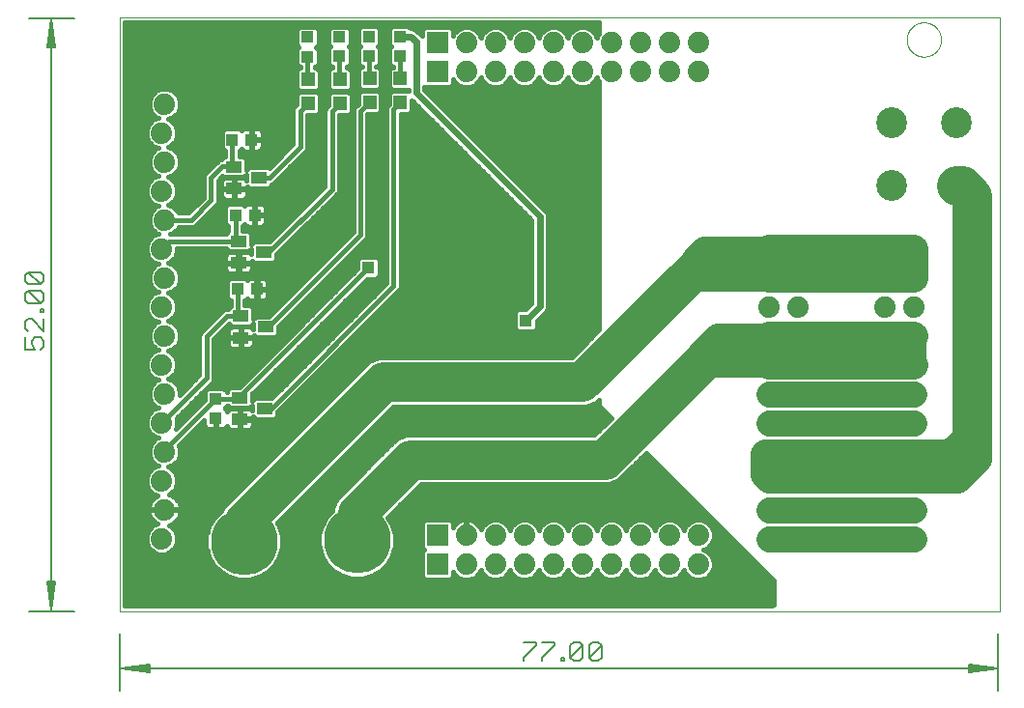
<source format=gtl>
G75*
%MOIN*%
%OFA0B0*%
%FSLAX25Y25*%
%IPPOS*%
%LPD*%
%AMOC8*
5,1,8,0,0,1.08239X$1,22.5*
%
%ADD10C,0.00000*%
%ADD11C,0.00512*%
%ADD12C,0.00600*%
%ADD13C,0.07400*%
%ADD14R,0.04724X0.04724*%
%ADD15R,0.04331X0.03937*%
%ADD16R,0.05512X0.03937*%
%ADD17R,0.03937X0.04331*%
%ADD18R,0.07400X0.07400*%
%ADD19C,0.23000*%
%ADD20C,0.10630*%
%ADD21C,0.10000*%
%ADD22C,0.13819*%
%ADD23C,0.08600*%
%ADD24C,0.01600*%
%ADD25R,0.04362X0.04362*%
%ADD26C,0.09055*%
%ADD27C,0.06600*%
%ADD28C,0.02400*%
D10*
X0036217Y0028618D02*
X0036217Y0233579D01*
X0339918Y0233579D01*
X0339918Y0028618D01*
X0036217Y0028618D01*
X0307792Y0225862D02*
X0307794Y0226015D01*
X0307800Y0226169D01*
X0307810Y0226322D01*
X0307824Y0226474D01*
X0307842Y0226627D01*
X0307864Y0226778D01*
X0307889Y0226929D01*
X0307919Y0227080D01*
X0307953Y0227230D01*
X0307990Y0227378D01*
X0308031Y0227526D01*
X0308076Y0227672D01*
X0308125Y0227818D01*
X0308178Y0227962D01*
X0308234Y0228104D01*
X0308294Y0228245D01*
X0308358Y0228385D01*
X0308425Y0228523D01*
X0308496Y0228659D01*
X0308571Y0228793D01*
X0308648Y0228925D01*
X0308730Y0229055D01*
X0308814Y0229183D01*
X0308902Y0229309D01*
X0308993Y0229432D01*
X0309087Y0229553D01*
X0309185Y0229671D01*
X0309285Y0229787D01*
X0309389Y0229900D01*
X0309495Y0230011D01*
X0309604Y0230119D01*
X0309716Y0230224D01*
X0309830Y0230325D01*
X0309948Y0230424D01*
X0310067Y0230520D01*
X0310189Y0230613D01*
X0310314Y0230702D01*
X0310441Y0230789D01*
X0310570Y0230871D01*
X0310701Y0230951D01*
X0310834Y0231027D01*
X0310969Y0231100D01*
X0311106Y0231169D01*
X0311245Y0231234D01*
X0311385Y0231296D01*
X0311527Y0231354D01*
X0311670Y0231409D01*
X0311815Y0231460D01*
X0311961Y0231507D01*
X0312108Y0231550D01*
X0312256Y0231589D01*
X0312405Y0231625D01*
X0312555Y0231656D01*
X0312706Y0231684D01*
X0312857Y0231708D01*
X0313010Y0231728D01*
X0313162Y0231744D01*
X0313315Y0231756D01*
X0313468Y0231764D01*
X0313621Y0231768D01*
X0313775Y0231768D01*
X0313928Y0231764D01*
X0314081Y0231756D01*
X0314234Y0231744D01*
X0314386Y0231728D01*
X0314539Y0231708D01*
X0314690Y0231684D01*
X0314841Y0231656D01*
X0314991Y0231625D01*
X0315140Y0231589D01*
X0315288Y0231550D01*
X0315435Y0231507D01*
X0315581Y0231460D01*
X0315726Y0231409D01*
X0315869Y0231354D01*
X0316011Y0231296D01*
X0316151Y0231234D01*
X0316290Y0231169D01*
X0316427Y0231100D01*
X0316562Y0231027D01*
X0316695Y0230951D01*
X0316826Y0230871D01*
X0316955Y0230789D01*
X0317082Y0230702D01*
X0317207Y0230613D01*
X0317329Y0230520D01*
X0317448Y0230424D01*
X0317566Y0230325D01*
X0317680Y0230224D01*
X0317792Y0230119D01*
X0317901Y0230011D01*
X0318007Y0229900D01*
X0318111Y0229787D01*
X0318211Y0229671D01*
X0318309Y0229553D01*
X0318403Y0229432D01*
X0318494Y0229309D01*
X0318582Y0229183D01*
X0318666Y0229055D01*
X0318748Y0228925D01*
X0318825Y0228793D01*
X0318900Y0228659D01*
X0318971Y0228523D01*
X0319038Y0228385D01*
X0319102Y0228245D01*
X0319162Y0228104D01*
X0319218Y0227962D01*
X0319271Y0227818D01*
X0319320Y0227672D01*
X0319365Y0227526D01*
X0319406Y0227378D01*
X0319443Y0227230D01*
X0319477Y0227080D01*
X0319507Y0226929D01*
X0319532Y0226778D01*
X0319554Y0226627D01*
X0319572Y0226474D01*
X0319586Y0226322D01*
X0319596Y0226169D01*
X0319602Y0226015D01*
X0319604Y0225862D01*
X0319602Y0225709D01*
X0319596Y0225555D01*
X0319586Y0225402D01*
X0319572Y0225250D01*
X0319554Y0225097D01*
X0319532Y0224946D01*
X0319507Y0224795D01*
X0319477Y0224644D01*
X0319443Y0224494D01*
X0319406Y0224346D01*
X0319365Y0224198D01*
X0319320Y0224052D01*
X0319271Y0223906D01*
X0319218Y0223762D01*
X0319162Y0223620D01*
X0319102Y0223479D01*
X0319038Y0223339D01*
X0318971Y0223201D01*
X0318900Y0223065D01*
X0318825Y0222931D01*
X0318748Y0222799D01*
X0318666Y0222669D01*
X0318582Y0222541D01*
X0318494Y0222415D01*
X0318403Y0222292D01*
X0318309Y0222171D01*
X0318211Y0222053D01*
X0318111Y0221937D01*
X0318007Y0221824D01*
X0317901Y0221713D01*
X0317792Y0221605D01*
X0317680Y0221500D01*
X0317566Y0221399D01*
X0317448Y0221300D01*
X0317329Y0221204D01*
X0317207Y0221111D01*
X0317082Y0221022D01*
X0316955Y0220935D01*
X0316826Y0220853D01*
X0316695Y0220773D01*
X0316562Y0220697D01*
X0316427Y0220624D01*
X0316290Y0220555D01*
X0316151Y0220490D01*
X0316011Y0220428D01*
X0315869Y0220370D01*
X0315726Y0220315D01*
X0315581Y0220264D01*
X0315435Y0220217D01*
X0315288Y0220174D01*
X0315140Y0220135D01*
X0314991Y0220099D01*
X0314841Y0220068D01*
X0314690Y0220040D01*
X0314539Y0220016D01*
X0314386Y0219996D01*
X0314234Y0219980D01*
X0314081Y0219968D01*
X0313928Y0219960D01*
X0313775Y0219956D01*
X0313621Y0219956D01*
X0313468Y0219960D01*
X0313315Y0219968D01*
X0313162Y0219980D01*
X0313010Y0219996D01*
X0312857Y0220016D01*
X0312706Y0220040D01*
X0312555Y0220068D01*
X0312405Y0220099D01*
X0312256Y0220135D01*
X0312108Y0220174D01*
X0311961Y0220217D01*
X0311815Y0220264D01*
X0311670Y0220315D01*
X0311527Y0220370D01*
X0311385Y0220428D01*
X0311245Y0220490D01*
X0311106Y0220555D01*
X0310969Y0220624D01*
X0310834Y0220697D01*
X0310701Y0220773D01*
X0310570Y0220853D01*
X0310441Y0220935D01*
X0310314Y0221022D01*
X0310189Y0221111D01*
X0310067Y0221204D01*
X0309948Y0221300D01*
X0309830Y0221399D01*
X0309716Y0221500D01*
X0309604Y0221605D01*
X0309495Y0221713D01*
X0309389Y0221824D01*
X0309285Y0221937D01*
X0309185Y0222053D01*
X0309087Y0222171D01*
X0308993Y0222292D01*
X0308902Y0222415D01*
X0308814Y0222541D01*
X0308730Y0222669D01*
X0308648Y0222799D01*
X0308571Y0222931D01*
X0308496Y0223065D01*
X0308425Y0223201D01*
X0308358Y0223339D01*
X0308294Y0223479D01*
X0308234Y0223620D01*
X0308178Y0223762D01*
X0308125Y0223906D01*
X0308076Y0224052D01*
X0308031Y0224198D01*
X0307990Y0224346D01*
X0307953Y0224494D01*
X0307919Y0224644D01*
X0307889Y0224795D01*
X0307864Y0224946D01*
X0307842Y0225097D01*
X0307824Y0225250D01*
X0307810Y0225402D01*
X0307800Y0225555D01*
X0307794Y0225709D01*
X0307792Y0225862D01*
D11*
X0020469Y0028618D02*
X0004918Y0028618D01*
X0012595Y0028874D02*
X0013619Y0038854D01*
X0013852Y0038854D02*
X0011338Y0038854D01*
X0012595Y0028874D01*
X0011572Y0038854D01*
X0012083Y0038854D02*
X0012595Y0028874D01*
X0013107Y0038854D01*
X0013852Y0038854D02*
X0012595Y0028874D01*
X0012595Y0233087D01*
X0013619Y0223106D01*
X0013852Y0223106D02*
X0011338Y0223106D01*
X0012595Y0233087D01*
X0011572Y0223106D01*
X0012083Y0223106D02*
X0012595Y0233087D01*
X0013107Y0223106D01*
X0013852Y0223106D02*
X0012595Y0233087D01*
X0004918Y0233343D02*
X0020469Y0233343D01*
X0036217Y0020744D02*
X0036217Y0001256D01*
X0036473Y0008933D02*
X0046453Y0007909D01*
X0046453Y0007676D02*
X0036473Y0008933D01*
X0046453Y0009957D01*
X0046453Y0010190D02*
X0046453Y0007676D01*
X0046453Y0008421D02*
X0036473Y0008933D01*
X0046453Y0009445D01*
X0046453Y0010190D02*
X0036473Y0008933D01*
X0339111Y0008933D01*
X0329131Y0007909D01*
X0329131Y0007676D02*
X0339111Y0008933D01*
X0329131Y0009957D01*
X0329131Y0010190D02*
X0329131Y0007676D01*
X0329131Y0008421D02*
X0339111Y0008933D01*
X0329131Y0009445D01*
X0329131Y0010190D02*
X0339111Y0008933D01*
X0339367Y0001256D02*
X0339367Y0020744D01*
D12*
X0202446Y0016833D02*
X0202446Y0012562D01*
X0201379Y0011495D01*
X0199244Y0011495D01*
X0198176Y0012562D01*
X0202446Y0016833D01*
X0201379Y0017900D01*
X0199244Y0017900D01*
X0198176Y0016833D01*
X0198176Y0012562D01*
X0196001Y0012562D02*
X0194933Y0011495D01*
X0192798Y0011495D01*
X0191731Y0012562D01*
X0196001Y0016833D01*
X0196001Y0012562D01*
X0191731Y0012562D02*
X0191731Y0016833D01*
X0192798Y0017900D01*
X0194933Y0017900D01*
X0196001Y0016833D01*
X0189575Y0012562D02*
X0188508Y0012562D01*
X0188508Y0011495D01*
X0189575Y0011495D01*
X0189575Y0012562D01*
X0186333Y0016833D02*
X0182062Y0012562D01*
X0182062Y0011495D01*
X0179887Y0016833D02*
X0175617Y0012562D01*
X0175617Y0011495D01*
X0175617Y0017900D02*
X0179887Y0017900D01*
X0179887Y0016833D01*
X0182062Y0017900D02*
X0186333Y0017900D01*
X0186333Y0016833D01*
X0010033Y0119873D02*
X0008966Y0118805D01*
X0010033Y0119873D02*
X0010033Y0122008D01*
X0008966Y0123075D01*
X0006831Y0123075D01*
X0005763Y0122008D01*
X0005763Y0120940D01*
X0006831Y0118805D01*
X0003628Y0118805D01*
X0003628Y0123075D01*
X0004695Y0125251D02*
X0003628Y0126318D01*
X0003628Y0128453D01*
X0004695Y0129521D01*
X0005763Y0129521D01*
X0010033Y0125251D01*
X0010033Y0129521D01*
X0010033Y0131696D02*
X0010033Y0132764D01*
X0008966Y0132764D01*
X0008966Y0131696D01*
X0010033Y0131696D01*
X0008966Y0134919D02*
X0004695Y0134919D01*
X0003628Y0135986D01*
X0003628Y0138122D01*
X0004695Y0139189D01*
X0008966Y0134919D01*
X0010033Y0135986D01*
X0010033Y0138122D01*
X0008966Y0139189D01*
X0004695Y0139189D01*
X0004695Y0141364D02*
X0003628Y0142432D01*
X0003628Y0144567D01*
X0004695Y0145635D01*
X0008966Y0141364D01*
X0010033Y0142432D01*
X0010033Y0144567D01*
X0008966Y0145635D01*
X0004695Y0145635D01*
X0004695Y0141364D02*
X0008966Y0141364D01*
D13*
X0050717Y0133618D03*
X0051717Y0123618D03*
X0050717Y0113618D03*
X0051717Y0103618D03*
X0050717Y0093618D03*
X0051717Y0083618D03*
X0050717Y0073618D03*
X0051717Y0063618D03*
X0050717Y0053618D03*
X0155823Y0054760D03*
X0165823Y0054760D03*
X0175823Y0054760D03*
X0185823Y0054760D03*
X0195823Y0054760D03*
X0205823Y0054760D03*
X0215823Y0054760D03*
X0225823Y0054760D03*
X0235823Y0054760D03*
X0235823Y0044760D03*
X0225823Y0044760D03*
X0215823Y0044760D03*
X0205823Y0044760D03*
X0195823Y0044760D03*
X0185823Y0044760D03*
X0175823Y0044760D03*
X0165823Y0044760D03*
X0155823Y0044760D03*
X0260217Y0053618D03*
X0270217Y0053618D03*
X0270217Y0063618D03*
X0260217Y0063618D03*
X0260217Y0073618D03*
X0270217Y0073618D03*
X0270217Y0083618D03*
X0260217Y0083618D03*
X0260217Y0093618D03*
X0270217Y0093618D03*
X0270217Y0103618D03*
X0260217Y0103618D03*
X0260217Y0113618D03*
X0270217Y0113618D03*
X0270217Y0123618D03*
X0260217Y0123618D03*
X0260217Y0133618D03*
X0270217Y0133618D03*
X0270217Y0143618D03*
X0260217Y0143618D03*
X0260217Y0153618D03*
X0270217Y0153618D03*
X0300217Y0153618D03*
X0310217Y0153618D03*
X0310217Y0143618D03*
X0300217Y0143618D03*
X0300217Y0133618D03*
X0310217Y0133618D03*
X0310217Y0123618D03*
X0300217Y0123618D03*
X0300217Y0113618D03*
X0300217Y0103618D03*
X0310217Y0103618D03*
X0310217Y0113618D03*
X0310217Y0093618D03*
X0300217Y0093618D03*
X0300217Y0083618D03*
X0310217Y0083618D03*
X0310217Y0073618D03*
X0300217Y0073618D03*
X0300217Y0063618D03*
X0310217Y0063618D03*
X0310217Y0053618D03*
X0300217Y0053618D03*
X0235823Y0214760D03*
X0225823Y0214760D03*
X0215823Y0214760D03*
X0205823Y0214760D03*
X0195823Y0214760D03*
X0185823Y0214760D03*
X0175823Y0214760D03*
X0165823Y0214760D03*
X0155823Y0214760D03*
X0155823Y0224760D03*
X0165823Y0224760D03*
X0175823Y0224760D03*
X0185823Y0224760D03*
X0195823Y0224760D03*
X0205823Y0224760D03*
X0215823Y0224760D03*
X0225823Y0224760D03*
X0235823Y0224760D03*
X0051717Y0203618D03*
X0050717Y0193618D03*
X0051717Y0183618D03*
X0050717Y0173618D03*
X0051717Y0163618D03*
X0050717Y0153618D03*
X0051717Y0143618D03*
D14*
X0101154Y0203957D03*
X0101154Y0212224D03*
X0112178Y0212146D03*
X0112178Y0203878D03*
X0122414Y0204193D03*
X0122414Y0212461D03*
X0133044Y0212382D03*
X0133044Y0204114D03*
D15*
X0132902Y0220232D03*
X0132902Y0226925D03*
X0122272Y0226846D03*
X0122272Y0220154D03*
X0112036Y0220075D03*
X0112036Y0226768D03*
X0101012Y0226689D03*
X0101012Y0219996D03*
X0069343Y0101925D03*
X0069343Y0095232D03*
D16*
X0077627Y0094839D03*
X0077627Y0102319D03*
X0086288Y0098579D03*
X0078020Y0122988D03*
X0078020Y0130469D03*
X0086682Y0126728D03*
X0077233Y0148807D03*
X0085894Y0152547D03*
X0077233Y0156287D03*
X0075658Y0174445D03*
X0075658Y0181925D03*
X0084320Y0178185D03*
D17*
X0082776Y0165287D03*
X0076083Y0165287D03*
X0076886Y0139697D03*
X0083579Y0139697D03*
X0081729Y0191272D03*
X0075036Y0191272D03*
D18*
X0145823Y0214760D03*
X0145823Y0224760D03*
X0145823Y0054760D03*
X0145823Y0044760D03*
D19*
X0118107Y0053028D03*
X0079131Y0052634D03*
D20*
X0302477Y0175469D03*
X0324918Y0175469D03*
X0324918Y0197122D03*
X0302477Y0197122D03*
D21*
X0300217Y0153618D02*
X0260217Y0153618D01*
X0260217Y0143618D01*
X0270217Y0143618D01*
X0270217Y0153618D01*
X0270217Y0143618D02*
X0310217Y0143618D01*
X0310217Y0153618D01*
X0300217Y0153618D01*
X0300217Y0143618D01*
X0300217Y0123618D02*
X0300217Y0113618D01*
X0304260Y0117661D01*
X0310217Y0123618D01*
X0270217Y0123618D01*
X0270217Y0113618D01*
X0300217Y0113618D01*
X0310217Y0113618D01*
X0270217Y0113618D02*
X0260217Y0113618D01*
X0260217Y0123618D01*
X0270217Y0123618D01*
D22*
X0238579Y0116020D02*
X0302619Y0116020D01*
X0304260Y0117661D01*
X0307871Y0148697D02*
X0291335Y0148697D01*
X0290942Y0148303D01*
X0288973Y0148303D01*
X0287005Y0150272D01*
X0263776Y0150272D01*
X0261808Y0148303D01*
X0236217Y0148303D01*
X0231099Y0143185D01*
X0195666Y0107752D01*
X0127162Y0107752D01*
X0079131Y0059720D01*
X0079131Y0052634D01*
X0118107Y0053028D02*
X0118107Y0062476D01*
X0136611Y0080980D01*
X0203540Y0080980D01*
X0238579Y0116020D01*
X0261808Y0078618D02*
X0311414Y0078618D01*
X0326768Y0078618D01*
X0330312Y0082161D01*
X0330312Y0171925D01*
X0326768Y0175469D01*
X0324918Y0175469D01*
D23*
X0270217Y0143618D02*
X0269784Y0143185D01*
X0231099Y0143185D01*
X0234642Y0150272D02*
X0237989Y0153618D01*
X0260217Y0153618D01*
X0260217Y0123618D02*
X0242635Y0123618D01*
X0236217Y0117201D01*
X0258934Y0083618D02*
X0258264Y0082949D01*
X0258264Y0075571D01*
X0308367Y0075571D01*
X0311414Y0078618D01*
X0310217Y0073618D02*
X0325705Y0073618D01*
X0333068Y0080980D01*
X0326768Y0087673D02*
X0322713Y0083618D01*
X0310217Y0083618D01*
X0260217Y0083618D01*
X0258934Y0083618D01*
X0258264Y0075571D02*
X0260217Y0073618D01*
X0270217Y0073618D01*
X0310217Y0073618D01*
X0310217Y0113618D02*
X0310217Y0123618D01*
D24*
X0237270Y0063785D02*
X0131450Y0063785D01*
X0129852Y0062187D02*
X0238869Y0062187D01*
X0240467Y0060588D02*
X0128868Y0060588D01*
X0128643Y0060978D02*
X0130314Y0058084D01*
X0131207Y0054752D01*
X0131207Y0051303D01*
X0130314Y0047971D01*
X0128590Y0044984D01*
X0126151Y0042545D01*
X0123163Y0040820D01*
X0119832Y0039928D01*
X0116382Y0039928D01*
X0113051Y0040820D01*
X0110063Y0042545D01*
X0107624Y0044984D01*
X0105900Y0047971D01*
X0105007Y0051303D01*
X0105007Y0054752D01*
X0105900Y0058084D01*
X0107624Y0061071D01*
X0109598Y0063044D01*
X0109598Y0064169D01*
X0110893Y0067297D01*
X0129397Y0085801D01*
X0131791Y0088194D01*
X0134918Y0089490D01*
X0200015Y0089490D01*
X0205791Y0095265D01*
X0201572Y0099484D01*
X0201572Y0101623D01*
X0200486Y0100538D01*
X0197359Y0099243D01*
X0130687Y0099243D01*
X0090531Y0059087D01*
X0091338Y0057690D01*
X0092231Y0054359D01*
X0092231Y0050909D01*
X0091338Y0047577D01*
X0089613Y0044590D01*
X0087174Y0042151D01*
X0084187Y0040427D01*
X0080855Y0039534D01*
X0077406Y0039534D01*
X0074074Y0040427D01*
X0071087Y0042151D01*
X0068648Y0044590D01*
X0066923Y0047577D01*
X0066031Y0050909D01*
X0066031Y0054359D01*
X0066923Y0057690D01*
X0068648Y0060677D01*
X0071087Y0063116D01*
X0071402Y0063298D01*
X0071917Y0064541D01*
X0119948Y0112572D01*
X0122342Y0114966D01*
X0125469Y0116261D01*
X0192141Y0116261D01*
X0201572Y0125692D01*
X0201572Y0211516D01*
X0201330Y0211758D01*
X0200823Y0212981D01*
X0200317Y0211758D01*
X0198826Y0210267D01*
X0196878Y0209460D01*
X0194769Y0209460D01*
X0192821Y0210267D01*
X0191330Y0211758D01*
X0190823Y0212981D01*
X0190317Y0211758D01*
X0188826Y0210267D01*
X0186878Y0209460D01*
X0184769Y0209460D01*
X0182821Y0210267D01*
X0181330Y0211758D01*
X0180823Y0212981D01*
X0180317Y0211758D01*
X0178826Y0210267D01*
X0176878Y0209460D01*
X0174769Y0209460D01*
X0172821Y0210267D01*
X0171330Y0211758D01*
X0170823Y0212981D01*
X0170317Y0211758D01*
X0168826Y0210267D01*
X0166878Y0209460D01*
X0164769Y0209460D01*
X0162821Y0210267D01*
X0161330Y0211758D01*
X0160823Y0212981D01*
X0160317Y0211758D01*
X0158826Y0210267D01*
X0156878Y0209460D01*
X0154769Y0209460D01*
X0152821Y0210267D01*
X0151330Y0211758D01*
X0151123Y0212257D01*
X0151123Y0210397D01*
X0150186Y0209460D01*
X0141461Y0209460D01*
X0141379Y0209541D01*
X0141379Y0208518D01*
X0182685Y0167212D01*
X0183473Y0166425D01*
X0183899Y0165396D01*
X0183899Y0133179D01*
X0183473Y0132150D01*
X0180156Y0128833D01*
X0180156Y0126168D01*
X0179219Y0125231D01*
X0173531Y0125231D01*
X0172594Y0126168D01*
X0172594Y0131856D01*
X0173531Y0132793D01*
X0176196Y0132793D01*
X0178299Y0134896D01*
X0178299Y0163679D01*
X0137006Y0204972D01*
X0137006Y0201089D01*
X0136069Y0200152D01*
X0133105Y0200152D01*
X0133105Y0140345D01*
X0132740Y0139463D01*
X0132065Y0138788D01*
X0132065Y0138788D01*
X0090644Y0097367D01*
X0090644Y0095947D01*
X0089707Y0095010D01*
X0082869Y0095010D01*
X0082183Y0095697D01*
X0082183Y0095023D01*
X0077811Y0095023D01*
X0077442Y0095023D01*
X0077442Y0098607D01*
X0074634Y0098607D01*
X0074176Y0098484D01*
X0073766Y0098247D01*
X0073430Y0097912D01*
X0073260Y0097618D01*
X0073186Y0097896D01*
X0072949Y0098306D01*
X0072614Y0098641D01*
X0072514Y0098699D01*
X0073109Y0099294D01*
X0073109Y0099525D01*
X0073433Y0099525D01*
X0074208Y0098750D01*
X0081045Y0098750D01*
X0081932Y0099637D01*
X0081932Y0097723D01*
X0081823Y0097912D01*
X0081488Y0098247D01*
X0081077Y0098484D01*
X0080620Y0098607D01*
X0077811Y0098607D01*
X0077811Y0095023D01*
X0077811Y0094654D01*
X0077811Y0091070D01*
X0080620Y0091070D01*
X0081077Y0091193D01*
X0081488Y0091430D01*
X0081823Y0091765D01*
X0082060Y0092175D01*
X0082183Y0092633D01*
X0082183Y0094654D01*
X0077811Y0094654D01*
X0077442Y0094654D01*
X0077442Y0091070D01*
X0074634Y0091070D01*
X0074176Y0091193D01*
X0073766Y0091430D01*
X0073430Y0091765D01*
X0073193Y0092175D01*
X0073119Y0092453D01*
X0072949Y0092159D01*
X0072614Y0091823D01*
X0072203Y0091586D01*
X0071745Y0091464D01*
X0069527Y0091464D01*
X0069527Y0095048D01*
X0069159Y0095048D01*
X0069159Y0091464D01*
X0066941Y0091464D01*
X0066483Y0091586D01*
X0066073Y0091823D01*
X0065737Y0092159D01*
X0065500Y0092569D01*
X0065378Y0093027D01*
X0065378Y0094566D01*
X0056568Y0085756D01*
X0057017Y0084672D01*
X0057017Y0082564D01*
X0056210Y0080616D01*
X0054719Y0079125D01*
X0052996Y0078411D01*
X0053719Y0078111D01*
X0055210Y0076620D01*
X0056017Y0074672D01*
X0056017Y0072564D01*
X0055210Y0070616D01*
X0053719Y0069125D01*
X0053213Y0068915D01*
X0053828Y0068715D01*
X0054600Y0068322D01*
X0055300Y0067813D01*
X0055912Y0067201D01*
X0056421Y0066501D01*
X0056814Y0065729D01*
X0057082Y0064906D01*
X0057217Y0064051D01*
X0057217Y0063818D01*
X0051917Y0063818D01*
X0051917Y0063418D01*
X0057217Y0063418D01*
X0057217Y0063185D01*
X0057082Y0062330D01*
X0056814Y0061507D01*
X0056421Y0060735D01*
X0055912Y0060035D01*
X0055300Y0059423D01*
X0054600Y0058914D01*
X0053828Y0058521D01*
X0053213Y0058321D01*
X0053719Y0058111D01*
X0055210Y0056620D01*
X0056017Y0054672D01*
X0056017Y0052564D01*
X0055210Y0050616D01*
X0053719Y0049125D01*
X0051771Y0048318D01*
X0049663Y0048318D01*
X0047715Y0049125D01*
X0046224Y0050616D01*
X0045417Y0052564D01*
X0045417Y0054672D01*
X0046224Y0056620D01*
X0047715Y0058111D01*
X0049202Y0058727D01*
X0048835Y0058914D01*
X0048134Y0059423D01*
X0047522Y0060035D01*
X0047013Y0060735D01*
X0046620Y0061507D01*
X0046353Y0062330D01*
X0046217Y0063185D01*
X0046217Y0063418D01*
X0051517Y0063418D01*
X0051517Y0063818D01*
X0046217Y0063818D01*
X0046217Y0064051D01*
X0046353Y0064906D01*
X0046620Y0065729D01*
X0047013Y0066501D01*
X0047522Y0067201D01*
X0048134Y0067813D01*
X0048835Y0068322D01*
X0049202Y0068509D01*
X0047715Y0069125D01*
X0046224Y0070616D01*
X0045417Y0072564D01*
X0045417Y0074672D01*
X0046224Y0076620D01*
X0047715Y0078111D01*
X0049439Y0078825D01*
X0048715Y0079125D01*
X0047224Y0080616D01*
X0046417Y0082564D01*
X0046417Y0084672D01*
X0047224Y0086620D01*
X0048715Y0088111D01*
X0049439Y0088411D01*
X0047715Y0089125D01*
X0046224Y0090616D01*
X0045417Y0092564D01*
X0045417Y0094672D01*
X0046224Y0096620D01*
X0047715Y0098111D01*
X0049439Y0098825D01*
X0048715Y0099125D01*
X0047224Y0100616D01*
X0046417Y0102564D01*
X0046417Y0104672D01*
X0047224Y0106620D01*
X0048715Y0108111D01*
X0049439Y0108411D01*
X0047715Y0109125D01*
X0046224Y0110616D01*
X0045417Y0112564D01*
X0045417Y0114672D01*
X0046224Y0116620D01*
X0047715Y0118111D01*
X0049439Y0118825D01*
X0048715Y0119125D01*
X0047224Y0120616D01*
X0046417Y0122564D01*
X0046417Y0124672D01*
X0047224Y0126620D01*
X0048715Y0128111D01*
X0049439Y0128411D01*
X0047715Y0129125D01*
X0046224Y0130616D01*
X0045417Y0132564D01*
X0045417Y0134672D01*
X0046224Y0136620D01*
X0047715Y0138111D01*
X0049439Y0138825D01*
X0048715Y0139125D01*
X0047224Y0140616D01*
X0046417Y0142564D01*
X0046417Y0144672D01*
X0047224Y0146620D01*
X0048715Y0148111D01*
X0049439Y0148411D01*
X0047715Y0149125D01*
X0046224Y0150616D01*
X0045417Y0152564D01*
X0045417Y0154672D01*
X0046224Y0156620D01*
X0047715Y0158111D01*
X0049439Y0158825D01*
X0048715Y0159125D01*
X0047224Y0160616D01*
X0046417Y0162564D01*
X0046417Y0164672D01*
X0047224Y0166620D01*
X0048715Y0168111D01*
X0049439Y0168411D01*
X0047715Y0169125D01*
X0046224Y0170616D01*
X0045417Y0172564D01*
X0045417Y0174672D01*
X0046224Y0176620D01*
X0047715Y0178111D01*
X0049439Y0178825D01*
X0048715Y0179125D01*
X0047224Y0180616D01*
X0046417Y0182564D01*
X0046417Y0184672D01*
X0047224Y0186620D01*
X0048715Y0188111D01*
X0049439Y0188411D01*
X0047715Y0189125D01*
X0046224Y0190616D01*
X0045417Y0192564D01*
X0045417Y0194672D01*
X0046224Y0196620D01*
X0047715Y0198111D01*
X0049439Y0198825D01*
X0048715Y0199125D01*
X0047224Y0200616D01*
X0046417Y0202564D01*
X0046417Y0204672D01*
X0047224Y0206620D01*
X0048715Y0208111D01*
X0050663Y0208918D01*
X0052771Y0208918D01*
X0054719Y0208111D01*
X0056210Y0206620D01*
X0057017Y0204672D01*
X0057017Y0202564D01*
X0056210Y0200616D01*
X0054719Y0199125D01*
X0052996Y0198411D01*
X0053719Y0198111D01*
X0055210Y0196620D01*
X0056017Y0194672D01*
X0056017Y0192564D01*
X0055210Y0190616D01*
X0053719Y0189125D01*
X0052996Y0188825D01*
X0054719Y0188111D01*
X0056210Y0186620D01*
X0057017Y0184672D01*
X0057017Y0182564D01*
X0056210Y0180616D01*
X0054719Y0179125D01*
X0052996Y0178411D01*
X0053719Y0178111D01*
X0055210Y0176620D01*
X0056017Y0174672D01*
X0056017Y0172564D01*
X0055210Y0170616D01*
X0053719Y0169125D01*
X0052996Y0168825D01*
X0054719Y0168111D01*
X0056210Y0166620D01*
X0056460Y0166018D01*
X0059987Y0166018D01*
X0065313Y0171345D01*
X0065313Y0178702D01*
X0065679Y0179584D01*
X0069616Y0183521D01*
X0070291Y0184196D01*
X0071173Y0184561D01*
X0071307Y0184561D01*
X0072239Y0185494D01*
X0072636Y0185494D01*
X0072636Y0187506D01*
X0072405Y0187506D01*
X0071468Y0188444D01*
X0071468Y0194100D01*
X0072405Y0195037D01*
X0077667Y0195037D01*
X0078262Y0194442D01*
X0078320Y0194542D01*
X0078655Y0194877D01*
X0079066Y0195114D01*
X0079524Y0195237D01*
X0081545Y0195237D01*
X0081545Y0191456D01*
X0081913Y0191456D01*
X0081913Y0195237D01*
X0083934Y0195237D01*
X0084392Y0195114D01*
X0084803Y0194877D01*
X0085138Y0194542D01*
X0085375Y0194132D01*
X0085497Y0193674D01*
X0085497Y0191456D01*
X0081913Y0191456D01*
X0081913Y0191087D01*
X0081913Y0187306D01*
X0083934Y0187306D01*
X0084392Y0187429D01*
X0084803Y0187666D01*
X0085138Y0188001D01*
X0085375Y0188412D01*
X0085497Y0188869D01*
X0085497Y0191087D01*
X0081913Y0191087D01*
X0081545Y0191087D01*
X0081545Y0187306D01*
X0079524Y0187306D01*
X0079066Y0187429D01*
X0078655Y0187666D01*
X0078320Y0188001D01*
X0078262Y0188101D01*
X0077667Y0187506D01*
X0077436Y0187506D01*
X0077436Y0185494D01*
X0079077Y0185494D01*
X0080014Y0184556D01*
X0080014Y0180867D01*
X0080901Y0181754D01*
X0087738Y0181754D01*
X0087833Y0181659D01*
X0096022Y0189848D01*
X0096022Y0201702D01*
X0096387Y0202584D01*
X0097192Y0203389D01*
X0097192Y0206982D01*
X0098129Y0207919D01*
X0104179Y0207919D01*
X0105116Y0206982D01*
X0105116Y0200932D01*
X0104179Y0199994D01*
X0100822Y0199994D01*
X0100822Y0188377D01*
X0100457Y0187495D01*
X0099781Y0186820D01*
X0089112Y0176150D01*
X0088675Y0175970D01*
X0088675Y0175554D01*
X0087738Y0174617D01*
X0080901Y0174617D01*
X0080214Y0175303D01*
X0080214Y0174629D01*
X0075842Y0174629D01*
X0075474Y0174629D01*
X0075474Y0174261D01*
X0071102Y0174261D01*
X0071102Y0172239D01*
X0071225Y0171782D01*
X0071462Y0171371D01*
X0071797Y0171036D01*
X0072207Y0170799D01*
X0072665Y0170676D01*
X0075474Y0170676D01*
X0075474Y0174261D01*
X0075842Y0174261D01*
X0075842Y0174629D01*
X0075842Y0178213D01*
X0078651Y0178213D01*
X0079109Y0178091D01*
X0079519Y0177854D01*
X0079854Y0177519D01*
X0079964Y0177329D01*
X0079964Y0179244D01*
X0079077Y0178357D01*
X0072239Y0178357D01*
X0071740Y0178857D01*
X0070113Y0177230D01*
X0070113Y0169873D01*
X0069748Y0168991D01*
X0069073Y0168316D01*
X0062340Y0161583D01*
X0061458Y0161218D01*
X0056460Y0161218D01*
X0056210Y0160616D01*
X0054719Y0159125D01*
X0053663Y0158687D01*
X0072877Y0158687D01*
X0072877Y0158919D01*
X0073683Y0159725D01*
X0073683Y0161522D01*
X0073452Y0161522D01*
X0072515Y0162459D01*
X0072515Y0168115D01*
X0073452Y0169053D01*
X0078715Y0169053D01*
X0079310Y0168458D01*
X0079367Y0168558D01*
X0079703Y0168893D01*
X0080113Y0169130D01*
X0080571Y0169253D01*
X0082592Y0169253D01*
X0082592Y0165472D01*
X0082960Y0165472D01*
X0082960Y0169253D01*
X0084982Y0169253D01*
X0085440Y0169130D01*
X0085850Y0168893D01*
X0086185Y0168558D01*
X0086422Y0168148D01*
X0086545Y0167690D01*
X0086545Y0165472D01*
X0082961Y0165472D01*
X0082961Y0165103D01*
X0086545Y0165103D01*
X0086545Y0162885D01*
X0086422Y0162427D01*
X0086185Y0162017D01*
X0085850Y0161682D01*
X0085440Y0161445D01*
X0084982Y0161322D01*
X0082960Y0161322D01*
X0082960Y0165103D01*
X0082592Y0165103D01*
X0082592Y0161322D01*
X0080571Y0161322D01*
X0080113Y0161445D01*
X0079703Y0161682D01*
X0079367Y0162017D01*
X0079310Y0162117D01*
X0078715Y0161522D01*
X0078483Y0161522D01*
X0078483Y0159856D01*
X0080652Y0159856D01*
X0081589Y0158919D01*
X0081589Y0155229D01*
X0082476Y0156116D01*
X0087880Y0156116D01*
X0107046Y0175282D01*
X0107046Y0201623D01*
X0107411Y0202505D01*
X0108216Y0203310D01*
X0108216Y0206903D01*
X0109153Y0207840D01*
X0115203Y0207840D01*
X0116140Y0206903D01*
X0116140Y0200853D01*
X0115203Y0199916D01*
X0111846Y0199916D01*
X0111846Y0173810D01*
X0111480Y0172928D01*
X0110805Y0172253D01*
X0090250Y0151698D01*
X0090250Y0149916D01*
X0089313Y0148979D01*
X0082476Y0148979D01*
X0081789Y0149666D01*
X0081789Y0148991D01*
X0077417Y0148991D01*
X0077417Y0148623D01*
X0081789Y0148623D01*
X0081789Y0146602D01*
X0081666Y0146144D01*
X0081429Y0145733D01*
X0081094Y0145398D01*
X0080684Y0145161D01*
X0080226Y0145039D01*
X0077417Y0145039D01*
X0077417Y0148623D01*
X0077049Y0148623D01*
X0077049Y0145039D01*
X0074240Y0145039D01*
X0073782Y0145161D01*
X0073372Y0145398D01*
X0073037Y0145733D01*
X0072800Y0146144D01*
X0072677Y0146602D01*
X0072677Y0148623D01*
X0077049Y0148623D01*
X0077049Y0148991D01*
X0072677Y0148991D01*
X0072677Y0151013D01*
X0072800Y0151470D01*
X0073037Y0151881D01*
X0073372Y0152216D01*
X0073782Y0152453D01*
X0074240Y0152576D01*
X0077049Y0152576D01*
X0077049Y0148991D01*
X0077417Y0148991D01*
X0077417Y0152576D01*
X0080226Y0152576D01*
X0080684Y0152453D01*
X0081094Y0152216D01*
X0081429Y0151881D01*
X0081538Y0151692D01*
X0081538Y0153606D01*
X0080652Y0152719D01*
X0073814Y0152719D01*
X0072877Y0153656D01*
X0072877Y0153887D01*
X0056017Y0153887D01*
X0056017Y0152564D01*
X0055210Y0150616D01*
X0053719Y0149125D01*
X0052996Y0148825D01*
X0054719Y0148111D01*
X0056210Y0146620D01*
X0057017Y0144672D01*
X0057017Y0142564D01*
X0056210Y0140616D01*
X0054719Y0139125D01*
X0052996Y0138411D01*
X0053719Y0138111D01*
X0055210Y0136620D01*
X0056017Y0134672D01*
X0056017Y0132564D01*
X0055210Y0130616D01*
X0053719Y0129125D01*
X0052996Y0128825D01*
X0054719Y0128111D01*
X0056210Y0126620D01*
X0057017Y0124672D01*
X0057017Y0122564D01*
X0056210Y0120616D01*
X0054719Y0119125D01*
X0052996Y0118411D01*
X0053719Y0118111D01*
X0055210Y0116620D01*
X0056017Y0114672D01*
X0056017Y0112564D01*
X0055210Y0110616D01*
X0053719Y0109125D01*
X0052996Y0108825D01*
X0054719Y0108111D01*
X0056210Y0106620D01*
X0057017Y0104672D01*
X0057017Y0103312D01*
X0063738Y0110033D01*
X0063738Y0123977D01*
X0064104Y0124859D01*
X0064779Y0125535D01*
X0071747Y0132503D01*
X0072630Y0132868D01*
X0073664Y0132868D01*
X0073664Y0133100D01*
X0074486Y0133922D01*
X0074486Y0135931D01*
X0074255Y0135931D01*
X0073318Y0136869D01*
X0073318Y0142525D01*
X0074255Y0143462D01*
X0079518Y0143462D01*
X0080113Y0142867D01*
X0080171Y0142967D01*
X0080506Y0143303D01*
X0080916Y0143540D01*
X0081374Y0143662D01*
X0083395Y0143662D01*
X0083395Y0139881D01*
X0083764Y0139881D01*
X0087348Y0139881D01*
X0087348Y0142099D01*
X0087225Y0142557D01*
X0086988Y0142967D01*
X0086653Y0143303D01*
X0086243Y0143540D01*
X0085785Y0143662D01*
X0083764Y0143662D01*
X0083764Y0139881D01*
X0083764Y0139513D01*
X0087348Y0139513D01*
X0087348Y0137295D01*
X0087225Y0136837D01*
X0086988Y0136426D01*
X0086653Y0136091D01*
X0086243Y0135854D01*
X0085785Y0135731D01*
X0083764Y0135731D01*
X0083764Y0139513D01*
X0083395Y0139513D01*
X0083395Y0135731D01*
X0081374Y0135731D01*
X0080916Y0135854D01*
X0080506Y0136091D01*
X0080171Y0136426D01*
X0080113Y0136526D01*
X0079518Y0135931D01*
X0079286Y0135931D01*
X0079286Y0134037D01*
X0081439Y0134037D01*
X0082376Y0133100D01*
X0082376Y0129410D01*
X0083263Y0130297D01*
X0087651Y0130297D01*
X0116888Y0159533D01*
X0116888Y0201544D01*
X0117253Y0202426D01*
X0118452Y0203625D01*
X0118452Y0207218D01*
X0119389Y0208155D01*
X0125439Y0208155D01*
X0126376Y0207218D01*
X0126376Y0201168D01*
X0125439Y0200231D01*
X0121846Y0200231D01*
X0121688Y0200073D01*
X0121688Y0158062D01*
X0121323Y0157180D01*
X0120648Y0156505D01*
X0091038Y0126895D01*
X0091038Y0124097D01*
X0090100Y0123160D01*
X0083263Y0123160D01*
X0082576Y0123847D01*
X0082576Y0123172D01*
X0078205Y0123172D01*
X0078205Y0122804D01*
X0082576Y0122804D01*
X0082576Y0120783D01*
X0082454Y0120325D01*
X0082217Y0119914D01*
X0081881Y0119579D01*
X0081471Y0119342D01*
X0081013Y0119220D01*
X0078205Y0119220D01*
X0078205Y0122804D01*
X0077836Y0122804D01*
X0073464Y0122804D01*
X0073464Y0120783D01*
X0073587Y0120325D01*
X0073824Y0119914D01*
X0074159Y0119579D01*
X0074570Y0119342D01*
X0075027Y0119220D01*
X0077836Y0119220D01*
X0077836Y0122804D01*
X0077836Y0123172D01*
X0073464Y0123172D01*
X0073464Y0125194D01*
X0073587Y0125651D01*
X0073824Y0126062D01*
X0074159Y0126397D01*
X0074570Y0126634D01*
X0075027Y0126757D01*
X0077836Y0126757D01*
X0077836Y0123173D01*
X0078205Y0123173D01*
X0078205Y0126757D01*
X0081013Y0126757D01*
X0081471Y0126634D01*
X0081881Y0126397D01*
X0082217Y0126062D01*
X0082326Y0125873D01*
X0082326Y0127787D01*
X0081439Y0126900D01*
X0074602Y0126900D01*
X0073767Y0127735D01*
X0068538Y0122506D01*
X0068538Y0108562D01*
X0068173Y0107680D01*
X0055768Y0095275D01*
X0056017Y0094672D01*
X0056017Y0092564D01*
X0055614Y0091590D01*
X0065578Y0101554D01*
X0065578Y0104556D01*
X0066515Y0105494D01*
X0072171Y0105494D01*
X0073109Y0104556D01*
X0073109Y0104325D01*
X0073271Y0104325D01*
X0073271Y0104950D01*
X0074208Y0105887D01*
X0077415Y0105887D01*
X0118263Y0146735D01*
X0118263Y0149966D01*
X0119200Y0150903D01*
X0124888Y0150903D01*
X0125825Y0149966D01*
X0125825Y0144278D01*
X0124888Y0143341D01*
X0121657Y0143341D01*
X0081983Y0103667D01*
X0081983Y0101260D01*
X0082869Y0102147D01*
X0088636Y0102147D01*
X0128305Y0141817D01*
X0128305Y0202253D01*
X0128671Y0203135D01*
X0129082Y0203546D01*
X0129082Y0207139D01*
X0130019Y0208076D01*
X0135779Y0208076D01*
X0135779Y0208420D01*
X0130019Y0208420D01*
X0129082Y0209357D01*
X0129082Y0215407D01*
X0130019Y0216344D01*
X0130502Y0216344D01*
X0130502Y0216664D01*
X0130074Y0216664D01*
X0129137Y0217601D01*
X0129137Y0222864D01*
X0129852Y0223579D01*
X0129137Y0224294D01*
X0129137Y0229556D01*
X0130074Y0230494D01*
X0135730Y0230494D01*
X0136499Y0229725D01*
X0137286Y0229725D01*
X0138315Y0229299D01*
X0140165Y0227449D01*
X0140523Y0227090D01*
X0140523Y0229123D01*
X0141461Y0230060D01*
X0150186Y0230060D01*
X0151123Y0229123D01*
X0151123Y0227263D01*
X0151330Y0227762D01*
X0152821Y0229253D01*
X0154769Y0230060D01*
X0156878Y0230060D01*
X0158826Y0229253D01*
X0160317Y0227762D01*
X0160823Y0226538D01*
X0161330Y0227762D01*
X0162821Y0229253D01*
X0164769Y0230060D01*
X0166878Y0230060D01*
X0168826Y0229253D01*
X0170317Y0227762D01*
X0170823Y0226538D01*
X0171330Y0227762D01*
X0172821Y0229253D01*
X0174769Y0230060D01*
X0176878Y0230060D01*
X0178826Y0229253D01*
X0180317Y0227762D01*
X0180823Y0226538D01*
X0181330Y0227762D01*
X0182821Y0229253D01*
X0184769Y0230060D01*
X0186878Y0230060D01*
X0188826Y0229253D01*
X0190317Y0227762D01*
X0190823Y0226538D01*
X0191330Y0227762D01*
X0192821Y0229253D01*
X0194769Y0230060D01*
X0196878Y0230060D01*
X0198826Y0229253D01*
X0200317Y0227762D01*
X0200823Y0226538D01*
X0201330Y0227762D01*
X0201572Y0228003D01*
X0201572Y0231779D01*
X0038017Y0231779D01*
X0038017Y0030418D01*
X0261246Y0030418D01*
X0261808Y0030980D01*
X0261808Y0039248D01*
X0217825Y0083231D01*
X0208360Y0073766D01*
X0205233Y0072471D01*
X0140136Y0072471D01*
X0128643Y0060978D01*
X0129791Y0058990D02*
X0140523Y0058990D01*
X0140523Y0059123D02*
X0140523Y0050397D01*
X0141161Y0049760D01*
X0140523Y0049123D01*
X0140523Y0040397D01*
X0141461Y0039460D01*
X0150186Y0039460D01*
X0151123Y0040397D01*
X0151123Y0042257D01*
X0151330Y0041758D01*
X0152821Y0040267D01*
X0154769Y0039460D01*
X0156878Y0039460D01*
X0158826Y0040267D01*
X0160317Y0041758D01*
X0160823Y0042981D01*
X0161330Y0041758D01*
X0162821Y0040267D01*
X0164769Y0039460D01*
X0166878Y0039460D01*
X0168826Y0040267D01*
X0170317Y0041758D01*
X0170823Y0042981D01*
X0171330Y0041758D01*
X0172821Y0040267D01*
X0174769Y0039460D01*
X0176878Y0039460D01*
X0178826Y0040267D01*
X0180317Y0041758D01*
X0180823Y0042981D01*
X0181330Y0041758D01*
X0182821Y0040267D01*
X0184769Y0039460D01*
X0186878Y0039460D01*
X0188826Y0040267D01*
X0190317Y0041758D01*
X0190823Y0042981D01*
X0191330Y0041758D01*
X0192821Y0040267D01*
X0194769Y0039460D01*
X0196878Y0039460D01*
X0198826Y0040267D01*
X0200317Y0041758D01*
X0200823Y0042981D01*
X0201330Y0041758D01*
X0202821Y0040267D01*
X0204769Y0039460D01*
X0206878Y0039460D01*
X0208826Y0040267D01*
X0210317Y0041758D01*
X0210823Y0042981D01*
X0211330Y0041758D01*
X0212821Y0040267D01*
X0214769Y0039460D01*
X0216878Y0039460D01*
X0218826Y0040267D01*
X0220317Y0041758D01*
X0220823Y0042981D01*
X0221330Y0041758D01*
X0222821Y0040267D01*
X0224769Y0039460D01*
X0226878Y0039460D01*
X0228826Y0040267D01*
X0230317Y0041758D01*
X0230823Y0042981D01*
X0231330Y0041758D01*
X0232821Y0040267D01*
X0234769Y0039460D01*
X0236878Y0039460D01*
X0238826Y0040267D01*
X0240317Y0041758D01*
X0241123Y0043706D01*
X0241123Y0045814D01*
X0240317Y0047762D01*
X0238826Y0049253D01*
X0237602Y0049760D01*
X0238826Y0050267D01*
X0240317Y0051758D01*
X0241123Y0053706D01*
X0241123Y0055814D01*
X0240317Y0057762D01*
X0238826Y0059253D01*
X0236878Y0060060D01*
X0234769Y0060060D01*
X0232821Y0059253D01*
X0231330Y0057762D01*
X0230823Y0056538D01*
X0230317Y0057762D01*
X0228826Y0059253D01*
X0226878Y0060060D01*
X0224769Y0060060D01*
X0222821Y0059253D01*
X0221330Y0057762D01*
X0220823Y0056538D01*
X0220317Y0057762D01*
X0218826Y0059253D01*
X0216878Y0060060D01*
X0214769Y0060060D01*
X0212821Y0059253D01*
X0211330Y0057762D01*
X0210823Y0056538D01*
X0210317Y0057762D01*
X0208826Y0059253D01*
X0206878Y0060060D01*
X0204769Y0060060D01*
X0202821Y0059253D01*
X0201330Y0057762D01*
X0200823Y0056538D01*
X0200317Y0057762D01*
X0198826Y0059253D01*
X0196878Y0060060D01*
X0194769Y0060060D01*
X0192821Y0059253D01*
X0191330Y0057762D01*
X0190823Y0056538D01*
X0190317Y0057762D01*
X0188826Y0059253D01*
X0186878Y0060060D01*
X0184769Y0060060D01*
X0182821Y0059253D01*
X0181330Y0057762D01*
X0180823Y0056538D01*
X0180317Y0057762D01*
X0178826Y0059253D01*
X0176878Y0060060D01*
X0174769Y0060060D01*
X0172821Y0059253D01*
X0171330Y0057762D01*
X0170823Y0056538D01*
X0170317Y0057762D01*
X0168826Y0059253D01*
X0166878Y0060060D01*
X0164769Y0060060D01*
X0162821Y0059253D01*
X0161330Y0057762D01*
X0160938Y0056816D01*
X0160921Y0056871D01*
X0160527Y0057642D01*
X0160019Y0058343D01*
X0159406Y0058955D01*
X0158706Y0059464D01*
X0157935Y0059857D01*
X0157111Y0060124D01*
X0156256Y0060260D01*
X0156023Y0060260D01*
X0156023Y0054960D01*
X0155623Y0054960D01*
X0155623Y0060260D01*
X0155391Y0060260D01*
X0154536Y0060124D01*
X0153712Y0059857D01*
X0152941Y0059464D01*
X0152240Y0058955D01*
X0151628Y0058343D01*
X0151123Y0057648D01*
X0151123Y0059123D01*
X0150186Y0060060D01*
X0141461Y0060060D01*
X0140523Y0059123D01*
X0140523Y0057391D02*
X0130500Y0057391D01*
X0130928Y0055793D02*
X0140523Y0055793D01*
X0140523Y0054194D02*
X0131207Y0054194D01*
X0131207Y0052596D02*
X0140523Y0052596D01*
X0140523Y0050997D02*
X0131125Y0050997D01*
X0130697Y0049399D02*
X0140800Y0049399D01*
X0140523Y0047800D02*
X0130216Y0047800D01*
X0129293Y0046202D02*
X0140523Y0046202D01*
X0140523Y0044603D02*
X0128209Y0044603D01*
X0126610Y0043005D02*
X0140523Y0043005D01*
X0140523Y0041406D02*
X0124178Y0041406D01*
X0112036Y0041406D02*
X0085884Y0041406D01*
X0088028Y0043005D02*
X0109604Y0043005D01*
X0108005Y0044603D02*
X0089621Y0044603D01*
X0090544Y0046202D02*
X0106921Y0046202D01*
X0105998Y0047800D02*
X0091398Y0047800D01*
X0091826Y0049399D02*
X0105517Y0049399D01*
X0105089Y0050997D02*
X0092231Y0050997D01*
X0092231Y0052596D02*
X0105007Y0052596D01*
X0105007Y0054194D02*
X0092231Y0054194D01*
X0091846Y0055793D02*
X0105286Y0055793D01*
X0105714Y0057391D02*
X0091418Y0057391D01*
X0090588Y0058990D02*
X0106423Y0058990D01*
X0107346Y0060588D02*
X0092033Y0060588D01*
X0093631Y0062187D02*
X0108740Y0062187D01*
X0109598Y0063785D02*
X0095230Y0063785D01*
X0096828Y0065384D02*
X0110101Y0065384D01*
X0110763Y0066982D02*
X0098427Y0066982D01*
X0100025Y0068581D02*
X0112177Y0068581D01*
X0113776Y0070179D02*
X0101624Y0070179D01*
X0103222Y0071778D02*
X0115374Y0071778D01*
X0116973Y0073376D02*
X0104821Y0073376D01*
X0106419Y0074975D02*
X0118571Y0074975D01*
X0120170Y0076573D02*
X0108018Y0076573D01*
X0109616Y0078172D02*
X0121768Y0078172D01*
X0123367Y0079770D02*
X0111215Y0079770D01*
X0112813Y0081369D02*
X0124965Y0081369D01*
X0126564Y0082967D02*
X0114412Y0082967D01*
X0116010Y0084566D02*
X0128162Y0084566D01*
X0129761Y0086165D02*
X0117609Y0086165D01*
X0119207Y0087763D02*
X0131359Y0087763D01*
X0134609Y0089362D02*
X0120806Y0089362D01*
X0122404Y0090960D02*
X0201486Y0090960D01*
X0203084Y0092559D02*
X0124003Y0092559D01*
X0125601Y0094157D02*
X0204683Y0094157D01*
X0205300Y0095756D02*
X0127200Y0095756D01*
X0128798Y0097354D02*
X0203702Y0097354D01*
X0202103Y0098953D02*
X0130397Y0098953D01*
X0117518Y0110142D02*
X0103419Y0110142D01*
X0101820Y0108544D02*
X0115920Y0108544D01*
X0114321Y0106945D02*
X0100222Y0106945D01*
X0098623Y0105347D02*
X0112723Y0105347D01*
X0111124Y0103748D02*
X0097025Y0103748D01*
X0095426Y0102150D02*
X0109526Y0102150D01*
X0107927Y0100551D02*
X0093828Y0100551D01*
X0092229Y0098953D02*
X0106329Y0098953D01*
X0104730Y0097354D02*
X0090644Y0097354D01*
X0090452Y0095756D02*
X0103132Y0095756D01*
X0101533Y0094157D02*
X0082183Y0094157D01*
X0082163Y0092559D02*
X0099934Y0092559D01*
X0098336Y0090960D02*
X0061772Y0090960D01*
X0060174Y0089362D02*
X0096737Y0089362D01*
X0095139Y0087763D02*
X0058575Y0087763D01*
X0056977Y0086165D02*
X0093540Y0086165D01*
X0091942Y0084566D02*
X0057017Y0084566D01*
X0057017Y0082967D02*
X0090343Y0082967D01*
X0088745Y0081369D02*
X0056522Y0081369D01*
X0055365Y0079770D02*
X0087146Y0079770D01*
X0085548Y0078172D02*
X0053573Y0078172D01*
X0055230Y0076573D02*
X0083949Y0076573D01*
X0082351Y0074975D02*
X0055892Y0074975D01*
X0056017Y0073376D02*
X0080752Y0073376D01*
X0079154Y0071778D02*
X0055692Y0071778D01*
X0054774Y0070179D02*
X0077555Y0070179D01*
X0075957Y0068581D02*
X0054092Y0068581D01*
X0056071Y0066982D02*
X0074358Y0066982D01*
X0072760Y0065384D02*
X0056926Y0065384D01*
X0057035Y0062187D02*
X0070157Y0062187D01*
X0071604Y0063785D02*
X0051917Y0063785D01*
X0051517Y0063785D02*
X0038017Y0063785D01*
X0038017Y0062187D02*
X0046399Y0062187D01*
X0047120Y0060588D02*
X0038017Y0060588D01*
X0038017Y0058990D02*
X0048730Y0058990D01*
X0046995Y0057391D02*
X0038017Y0057391D01*
X0038017Y0055793D02*
X0045881Y0055793D01*
X0045417Y0054194D02*
X0038017Y0054194D01*
X0038017Y0052596D02*
X0045417Y0052596D01*
X0046066Y0050997D02*
X0038017Y0050997D01*
X0038017Y0049399D02*
X0047441Y0049399D01*
X0053993Y0049399D02*
X0066435Y0049399D01*
X0066031Y0050997D02*
X0055368Y0050997D01*
X0056017Y0052596D02*
X0066031Y0052596D01*
X0066031Y0054194D02*
X0056017Y0054194D01*
X0055553Y0055793D02*
X0066415Y0055793D01*
X0066843Y0057391D02*
X0054439Y0057391D01*
X0054704Y0058990D02*
X0067674Y0058990D01*
X0068597Y0060588D02*
X0056314Y0060588D01*
X0049029Y0068581D02*
X0038017Y0068581D01*
X0038017Y0070179D02*
X0046661Y0070179D01*
X0045743Y0071778D02*
X0038017Y0071778D01*
X0038017Y0073376D02*
X0045417Y0073376D01*
X0045543Y0074975D02*
X0038017Y0074975D01*
X0038017Y0076573D02*
X0046205Y0076573D01*
X0047862Y0078172D02*
X0038017Y0078172D01*
X0038017Y0079770D02*
X0048069Y0079770D01*
X0046912Y0081369D02*
X0038017Y0081369D01*
X0038017Y0082967D02*
X0046417Y0082967D01*
X0046417Y0084566D02*
X0038017Y0084566D01*
X0038017Y0086165D02*
X0047035Y0086165D01*
X0048367Y0087763D02*
X0038017Y0087763D01*
X0038017Y0089362D02*
X0047478Y0089362D01*
X0046082Y0090960D02*
X0038017Y0090960D01*
X0038017Y0092559D02*
X0045419Y0092559D01*
X0045417Y0094157D02*
X0038017Y0094157D01*
X0038017Y0095756D02*
X0045866Y0095756D01*
X0046958Y0097354D02*
X0038017Y0097354D01*
X0038017Y0098953D02*
X0049131Y0098953D01*
X0047289Y0100551D02*
X0038017Y0100551D01*
X0038017Y0102150D02*
X0046589Y0102150D01*
X0046417Y0103748D02*
X0038017Y0103748D01*
X0038017Y0105347D02*
X0046697Y0105347D01*
X0047549Y0106945D02*
X0038017Y0106945D01*
X0038017Y0108544D02*
X0049118Y0108544D01*
X0046698Y0110142D02*
X0038017Y0110142D01*
X0038017Y0111741D02*
X0045758Y0111741D01*
X0045417Y0113339D02*
X0038017Y0113339D01*
X0038017Y0114938D02*
X0045527Y0114938D01*
X0046189Y0116536D02*
X0038017Y0116536D01*
X0038017Y0118135D02*
X0047772Y0118135D01*
X0048107Y0119733D02*
X0038017Y0119733D01*
X0038017Y0121332D02*
X0046928Y0121332D01*
X0046417Y0122930D02*
X0038017Y0122930D01*
X0038017Y0124529D02*
X0046417Y0124529D01*
X0047020Y0126127D02*
X0038017Y0126127D01*
X0038017Y0127726D02*
X0048330Y0127726D01*
X0047516Y0129324D02*
X0038017Y0129324D01*
X0038017Y0130923D02*
X0046097Y0130923D01*
X0045435Y0132521D02*
X0038017Y0132521D01*
X0038017Y0134120D02*
X0045417Y0134120D01*
X0045850Y0135718D02*
X0038017Y0135718D01*
X0038017Y0137317D02*
X0046921Y0137317D01*
X0049221Y0138915D02*
X0038017Y0138915D01*
X0038017Y0140514D02*
X0047326Y0140514D01*
X0046604Y0142112D02*
X0038017Y0142112D01*
X0038017Y0143711D02*
X0046417Y0143711D01*
X0046681Y0145309D02*
X0038017Y0145309D01*
X0038017Y0146908D02*
X0047512Y0146908D01*
X0049208Y0148506D02*
X0038017Y0148506D01*
X0038017Y0150105D02*
X0046735Y0150105D01*
X0045774Y0151703D02*
X0038017Y0151703D01*
X0038017Y0153302D02*
X0045417Y0153302D01*
X0045512Y0154901D02*
X0038017Y0154901D01*
X0038017Y0156499D02*
X0046174Y0156499D01*
X0047701Y0158098D02*
X0038017Y0158098D01*
X0038017Y0159696D02*
X0048144Y0159696D01*
X0046943Y0161295D02*
X0038017Y0161295D01*
X0038017Y0162893D02*
X0046417Y0162893D01*
X0046417Y0164492D02*
X0038017Y0164492D01*
X0038017Y0166090D02*
X0047004Y0166090D01*
X0048292Y0167689D02*
X0038017Y0167689D01*
X0038017Y0169287D02*
X0047553Y0169287D01*
X0046112Y0170886D02*
X0038017Y0170886D01*
X0038017Y0172484D02*
X0045450Y0172484D01*
X0045417Y0174083D02*
X0038017Y0174083D01*
X0038017Y0175681D02*
X0045835Y0175681D01*
X0046883Y0177280D02*
X0038017Y0177280D01*
X0038017Y0178878D02*
X0049311Y0178878D01*
X0047363Y0180477D02*
X0038017Y0180477D01*
X0038017Y0182075D02*
X0046620Y0182075D01*
X0046417Y0183674D02*
X0038017Y0183674D01*
X0038017Y0185272D02*
X0046666Y0185272D01*
X0047474Y0186871D02*
X0038017Y0186871D01*
X0038017Y0188469D02*
X0049298Y0188469D01*
X0046772Y0190068D02*
X0038017Y0190068D01*
X0038017Y0191666D02*
X0045789Y0191666D01*
X0045417Y0193265D02*
X0038017Y0193265D01*
X0038017Y0194863D02*
X0045496Y0194863D01*
X0046158Y0196462D02*
X0038017Y0196462D01*
X0038017Y0198060D02*
X0047664Y0198060D01*
X0048181Y0199659D02*
X0038017Y0199659D01*
X0038017Y0201257D02*
X0046958Y0201257D01*
X0046417Y0202856D02*
X0038017Y0202856D01*
X0038017Y0204454D02*
X0046417Y0204454D01*
X0046989Y0206053D02*
X0038017Y0206053D01*
X0038017Y0207651D02*
X0048255Y0207651D01*
X0055179Y0207651D02*
X0097862Y0207651D01*
X0098129Y0208262D02*
X0104179Y0208262D01*
X0105116Y0209199D01*
X0105116Y0215249D01*
X0104179Y0216187D01*
X0103412Y0216187D01*
X0103412Y0216428D01*
X0103841Y0216428D01*
X0104778Y0217365D01*
X0104778Y0222627D01*
X0104063Y0223343D01*
X0104778Y0224058D01*
X0104778Y0229320D01*
X0103841Y0230257D01*
X0098184Y0230257D01*
X0097247Y0229320D01*
X0097247Y0224058D01*
X0097962Y0223343D01*
X0097247Y0222627D01*
X0097247Y0217365D01*
X0098184Y0216428D01*
X0098612Y0216428D01*
X0098612Y0216187D01*
X0098129Y0216187D01*
X0097192Y0215249D01*
X0097192Y0209199D01*
X0098129Y0208262D01*
X0097192Y0209250D02*
X0038017Y0209250D01*
X0038017Y0210848D02*
X0097192Y0210848D01*
X0097192Y0212447D02*
X0038017Y0212447D01*
X0038017Y0214045D02*
X0097192Y0214045D01*
X0097587Y0215644D02*
X0038017Y0215644D01*
X0038017Y0217242D02*
X0097369Y0217242D01*
X0097247Y0218841D02*
X0038017Y0218841D01*
X0038017Y0220439D02*
X0097247Y0220439D01*
X0097247Y0222038D02*
X0038017Y0222038D01*
X0038017Y0223636D02*
X0097668Y0223636D01*
X0097247Y0225235D02*
X0038017Y0225235D01*
X0038017Y0226834D02*
X0097247Y0226834D01*
X0097247Y0228432D02*
X0038017Y0228432D01*
X0038017Y0230031D02*
X0097957Y0230031D01*
X0104067Y0230031D02*
X0108902Y0230031D01*
X0109208Y0230336D02*
X0108271Y0229399D01*
X0108271Y0224136D01*
X0108986Y0223421D01*
X0108271Y0222706D01*
X0108271Y0217444D01*
X0109208Y0216506D01*
X0109636Y0216506D01*
X0109636Y0216108D01*
X0109153Y0216108D01*
X0108216Y0215171D01*
X0108216Y0209121D01*
X0109153Y0208183D01*
X0115203Y0208183D01*
X0116140Y0209121D01*
X0116140Y0215171D01*
X0115203Y0216108D01*
X0114436Y0216108D01*
X0114436Y0216506D01*
X0114864Y0216506D01*
X0115801Y0217444D01*
X0115801Y0222706D01*
X0115086Y0223421D01*
X0115801Y0224136D01*
X0115801Y0229399D01*
X0114864Y0230336D01*
X0109208Y0230336D01*
X0108271Y0228432D02*
X0104778Y0228432D01*
X0104778Y0226834D02*
X0108271Y0226834D01*
X0108271Y0225235D02*
X0104778Y0225235D01*
X0104357Y0223636D02*
X0108771Y0223636D01*
X0108271Y0222038D02*
X0104778Y0222038D01*
X0104778Y0220439D02*
X0108271Y0220439D01*
X0108271Y0218841D02*
X0104778Y0218841D01*
X0104655Y0217242D02*
X0108472Y0217242D01*
X0108689Y0215644D02*
X0104722Y0215644D01*
X0105116Y0214045D02*
X0108216Y0214045D01*
X0108216Y0212447D02*
X0105116Y0212447D01*
X0105116Y0210848D02*
X0108216Y0210848D01*
X0108216Y0209250D02*
X0105116Y0209250D01*
X0104447Y0207651D02*
X0108964Y0207651D01*
X0108216Y0206053D02*
X0105116Y0206053D01*
X0105116Y0204454D02*
X0108216Y0204454D01*
X0107762Y0202856D02*
X0105116Y0202856D01*
X0105116Y0201257D02*
X0107046Y0201257D01*
X0107046Y0199659D02*
X0100822Y0199659D01*
X0100822Y0198060D02*
X0107046Y0198060D01*
X0107046Y0196462D02*
X0100822Y0196462D01*
X0100822Y0194863D02*
X0107046Y0194863D01*
X0107046Y0193265D02*
X0100822Y0193265D01*
X0100822Y0191666D02*
X0107046Y0191666D01*
X0107046Y0190068D02*
X0100822Y0190068D01*
X0100822Y0188469D02*
X0107046Y0188469D01*
X0107046Y0186871D02*
X0099832Y0186871D01*
X0098234Y0185272D02*
X0107046Y0185272D01*
X0107046Y0183674D02*
X0096635Y0183674D01*
X0095037Y0182075D02*
X0107046Y0182075D01*
X0107046Y0180477D02*
X0093438Y0180477D01*
X0091840Y0178878D02*
X0107046Y0178878D01*
X0107046Y0177280D02*
X0090241Y0177280D01*
X0088675Y0175681D02*
X0107046Y0175681D01*
X0105847Y0174083D02*
X0080214Y0174083D01*
X0080214Y0174261D02*
X0075842Y0174261D01*
X0075842Y0170676D01*
X0078651Y0170676D01*
X0079109Y0170799D01*
X0079519Y0171036D01*
X0079854Y0171371D01*
X0080091Y0171782D01*
X0080214Y0172239D01*
X0080214Y0174261D01*
X0080214Y0172484D02*
X0104248Y0172484D01*
X0102650Y0170886D02*
X0079259Y0170886D01*
X0075842Y0170886D02*
X0075474Y0170886D01*
X0075474Y0172484D02*
X0075842Y0172484D01*
X0075842Y0174083D02*
X0075474Y0174083D01*
X0075474Y0174629D02*
X0071102Y0174629D01*
X0071102Y0176650D01*
X0071225Y0177108D01*
X0071462Y0177519D01*
X0071797Y0177854D01*
X0072207Y0178091D01*
X0072665Y0178213D01*
X0075474Y0178213D01*
X0075474Y0174629D01*
X0075474Y0175681D02*
X0075842Y0175681D01*
X0075842Y0177280D02*
X0075474Y0177280D01*
X0071324Y0177280D02*
X0070163Y0177280D01*
X0070113Y0175681D02*
X0071102Y0175681D01*
X0071102Y0174083D02*
X0070113Y0174083D01*
X0070113Y0172484D02*
X0071102Y0172484D01*
X0072057Y0170886D02*
X0070113Y0170886D01*
X0069871Y0169287D02*
X0101051Y0169287D01*
X0099453Y0167689D02*
X0086545Y0167689D01*
X0086545Y0166090D02*
X0097854Y0166090D01*
X0096256Y0164492D02*
X0086545Y0164492D01*
X0086545Y0162893D02*
X0094657Y0162893D01*
X0093059Y0161295D02*
X0078483Y0161295D01*
X0080811Y0159696D02*
X0091460Y0159696D01*
X0089862Y0158098D02*
X0081589Y0158098D01*
X0081589Y0156499D02*
X0088263Y0156499D01*
X0087705Y0152547D02*
X0085894Y0152547D01*
X0087705Y0152547D02*
X0109446Y0174287D01*
X0109446Y0201146D01*
X0112178Y0203878D01*
X0116140Y0204454D02*
X0118452Y0204454D01*
X0118452Y0206053D02*
X0116140Y0206053D01*
X0115392Y0207651D02*
X0118885Y0207651D01*
X0119389Y0208498D02*
X0125439Y0208498D01*
X0126376Y0209436D01*
X0126376Y0215486D01*
X0125439Y0216423D01*
X0124672Y0216423D01*
X0124672Y0216585D01*
X0125100Y0216585D01*
X0126038Y0217522D01*
X0126038Y0222785D01*
X0125322Y0223500D01*
X0126038Y0224215D01*
X0126038Y0229478D01*
X0125100Y0230415D01*
X0119444Y0230415D01*
X0118507Y0229478D01*
X0118507Y0224215D01*
X0119222Y0223500D01*
X0118507Y0222785D01*
X0118507Y0217522D01*
X0119444Y0216585D01*
X0119872Y0216585D01*
X0119872Y0216423D01*
X0119389Y0216423D01*
X0118452Y0215486D01*
X0118452Y0209436D01*
X0119389Y0208498D01*
X0118638Y0209250D02*
X0116140Y0209250D01*
X0116140Y0210848D02*
X0118452Y0210848D01*
X0118452Y0212447D02*
X0116140Y0212447D01*
X0116140Y0214045D02*
X0118452Y0214045D01*
X0118610Y0215644D02*
X0115667Y0215644D01*
X0115600Y0217242D02*
X0118787Y0217242D01*
X0118507Y0218841D02*
X0115801Y0218841D01*
X0115801Y0220439D02*
X0118507Y0220439D01*
X0118507Y0222038D02*
X0115801Y0222038D01*
X0115301Y0223636D02*
X0119086Y0223636D01*
X0118507Y0225235D02*
X0115801Y0225235D01*
X0115801Y0226834D02*
X0118507Y0226834D01*
X0118507Y0228432D02*
X0115801Y0228432D01*
X0115170Y0230031D02*
X0119060Y0230031D01*
X0125485Y0230031D02*
X0129611Y0230031D01*
X0129137Y0228432D02*
X0126038Y0228432D01*
X0126038Y0226834D02*
X0129137Y0226834D01*
X0129137Y0225235D02*
X0126038Y0225235D01*
X0125459Y0223636D02*
X0129794Y0223636D01*
X0129137Y0222038D02*
X0126038Y0222038D01*
X0126038Y0220439D02*
X0129137Y0220439D01*
X0129137Y0218841D02*
X0126038Y0218841D01*
X0125758Y0217242D02*
X0129495Y0217242D01*
X0129319Y0215644D02*
X0126218Y0215644D01*
X0126376Y0214045D02*
X0129082Y0214045D01*
X0129082Y0212447D02*
X0126376Y0212447D01*
X0126376Y0210848D02*
X0129082Y0210848D01*
X0129189Y0209250D02*
X0126190Y0209250D01*
X0125943Y0207651D02*
X0129594Y0207651D01*
X0129082Y0206053D02*
X0126376Y0206053D01*
X0126376Y0204454D02*
X0129082Y0204454D01*
X0128555Y0202856D02*
X0126376Y0202856D01*
X0126376Y0201257D02*
X0128305Y0201257D01*
X0128305Y0199659D02*
X0121688Y0199659D01*
X0121688Y0198060D02*
X0128305Y0198060D01*
X0128305Y0196462D02*
X0121688Y0196462D01*
X0121688Y0194863D02*
X0128305Y0194863D01*
X0128305Y0193265D02*
X0121688Y0193265D01*
X0121688Y0191666D02*
X0128305Y0191666D01*
X0128305Y0190068D02*
X0121688Y0190068D01*
X0121688Y0188469D02*
X0128305Y0188469D01*
X0128305Y0186871D02*
X0121688Y0186871D01*
X0121688Y0185272D02*
X0128305Y0185272D01*
X0128305Y0183674D02*
X0121688Y0183674D01*
X0121688Y0182075D02*
X0128305Y0182075D01*
X0128305Y0180477D02*
X0121688Y0180477D01*
X0121688Y0178878D02*
X0128305Y0178878D01*
X0128305Y0177280D02*
X0121688Y0177280D01*
X0121688Y0175681D02*
X0128305Y0175681D01*
X0128305Y0174083D02*
X0121688Y0174083D01*
X0121688Y0172484D02*
X0128305Y0172484D01*
X0128305Y0170886D02*
X0121688Y0170886D01*
X0121688Y0169287D02*
X0128305Y0169287D01*
X0128305Y0167689D02*
X0121688Y0167689D01*
X0121688Y0166090D02*
X0128305Y0166090D01*
X0128305Y0164492D02*
X0121688Y0164492D01*
X0121688Y0162893D02*
X0128305Y0162893D01*
X0128305Y0161295D02*
X0121688Y0161295D01*
X0121688Y0159696D02*
X0128305Y0159696D01*
X0128305Y0158098D02*
X0121688Y0158098D01*
X0120642Y0156499D02*
X0128305Y0156499D01*
X0128305Y0154901D02*
X0119043Y0154901D01*
X0117445Y0153302D02*
X0128305Y0153302D01*
X0128305Y0151703D02*
X0115846Y0151703D01*
X0114248Y0150105D02*
X0118402Y0150105D01*
X0118263Y0148506D02*
X0112649Y0148506D01*
X0111051Y0146908D02*
X0118263Y0146908D01*
X0116837Y0145309D02*
X0109452Y0145309D01*
X0107854Y0143711D02*
X0115239Y0143711D01*
X0113640Y0142112D02*
X0106255Y0142112D01*
X0104657Y0140514D02*
X0112042Y0140514D01*
X0110443Y0138915D02*
X0103058Y0138915D01*
X0101460Y0137317D02*
X0108845Y0137317D01*
X0107246Y0135718D02*
X0099861Y0135718D01*
X0098263Y0134120D02*
X0105648Y0134120D01*
X0104049Y0132521D02*
X0096664Y0132521D01*
X0095066Y0130923D02*
X0102451Y0130923D01*
X0100852Y0129324D02*
X0093467Y0129324D01*
X0091869Y0127726D02*
X0099254Y0127726D01*
X0097655Y0126127D02*
X0091038Y0126127D01*
X0091038Y0124529D02*
X0096057Y0124529D01*
X0094458Y0122930D02*
X0078205Y0122930D01*
X0077836Y0122930D02*
X0068963Y0122930D01*
X0068538Y0121332D02*
X0073464Y0121332D01*
X0074005Y0119733D02*
X0068538Y0119733D01*
X0068538Y0118135D02*
X0089663Y0118135D01*
X0091261Y0119733D02*
X0082035Y0119733D01*
X0082576Y0121332D02*
X0092860Y0121332D01*
X0094852Y0116536D02*
X0103025Y0116536D01*
X0104623Y0118135D02*
X0096451Y0118135D01*
X0098049Y0119733D02*
X0106222Y0119733D01*
X0107820Y0121332D02*
X0099648Y0121332D01*
X0101246Y0122930D02*
X0109419Y0122930D01*
X0111017Y0124529D02*
X0102845Y0124529D01*
X0104443Y0126127D02*
X0112616Y0126127D01*
X0114214Y0127726D02*
X0106042Y0127726D01*
X0107640Y0129324D02*
X0115813Y0129324D01*
X0117411Y0130923D02*
X0109239Y0130923D01*
X0110837Y0132521D02*
X0119010Y0132521D01*
X0120608Y0134120D02*
X0112436Y0134120D01*
X0114034Y0135718D02*
X0122207Y0135718D01*
X0123805Y0137317D02*
X0115633Y0137317D01*
X0117231Y0138915D02*
X0125404Y0138915D01*
X0127002Y0140514D02*
X0118830Y0140514D01*
X0120428Y0142112D02*
X0128305Y0142112D01*
X0128305Y0143711D02*
X0125258Y0143711D01*
X0125825Y0145309D02*
X0128305Y0145309D01*
X0128305Y0146908D02*
X0125825Y0146908D01*
X0125825Y0148506D02*
X0128305Y0148506D01*
X0128305Y0150105D02*
X0125686Y0150105D01*
X0122044Y0147122D02*
X0077627Y0102705D01*
X0077627Y0102319D01*
X0077233Y0101925D01*
X0069343Y0101925D01*
X0051717Y0084299D01*
X0051717Y0083618D01*
X0056015Y0092559D02*
X0056582Y0092559D01*
X0056017Y0094157D02*
X0058181Y0094157D01*
X0059779Y0095756D02*
X0056249Y0095756D01*
X0057847Y0097354D02*
X0061378Y0097354D01*
X0062976Y0098953D02*
X0059446Y0098953D01*
X0061044Y0100551D02*
X0064575Y0100551D01*
X0065578Y0102150D02*
X0062643Y0102150D01*
X0064241Y0103748D02*
X0065578Y0103748D01*
X0065840Y0105347D02*
X0066368Y0105347D01*
X0067438Y0106945D02*
X0078473Y0106945D01*
X0080071Y0108544D02*
X0068531Y0108544D01*
X0068538Y0110142D02*
X0081670Y0110142D01*
X0083269Y0111741D02*
X0068538Y0111741D01*
X0068538Y0113339D02*
X0084867Y0113339D01*
X0086466Y0114938D02*
X0068538Y0114938D01*
X0068538Y0116536D02*
X0088064Y0116536D01*
X0091655Y0113339D02*
X0099828Y0113339D01*
X0101426Y0114938D02*
X0093254Y0114938D01*
X0090057Y0111741D02*
X0098229Y0111741D01*
X0096631Y0110142D02*
X0088458Y0110142D01*
X0086860Y0108544D02*
X0095032Y0108544D01*
X0093434Y0106945D02*
X0085261Y0106945D01*
X0083663Y0105347D02*
X0091835Y0105347D01*
X0090237Y0103748D02*
X0082064Y0103748D01*
X0081983Y0102150D02*
X0088638Y0102150D01*
X0088461Y0098579D02*
X0130705Y0140823D01*
X0130705Y0201776D01*
X0133044Y0204114D01*
X0137006Y0204454D02*
X0137523Y0204454D01*
X0137006Y0202856D02*
X0139122Y0202856D01*
X0140721Y0201257D02*
X0137006Y0201257D01*
X0133105Y0199659D02*
X0142319Y0199659D01*
X0143918Y0198060D02*
X0133105Y0198060D01*
X0133105Y0196462D02*
X0145516Y0196462D01*
X0147115Y0194863D02*
X0133105Y0194863D01*
X0133105Y0193265D02*
X0148713Y0193265D01*
X0150312Y0191666D02*
X0133105Y0191666D01*
X0133105Y0190068D02*
X0151910Y0190068D01*
X0153509Y0188469D02*
X0133105Y0188469D01*
X0133105Y0186871D02*
X0155107Y0186871D01*
X0156706Y0185272D02*
X0133105Y0185272D01*
X0133105Y0183674D02*
X0158304Y0183674D01*
X0159903Y0182075D02*
X0133105Y0182075D01*
X0133105Y0180477D02*
X0161501Y0180477D01*
X0163100Y0178878D02*
X0133105Y0178878D01*
X0133105Y0177280D02*
X0164698Y0177280D01*
X0166297Y0175681D02*
X0133105Y0175681D01*
X0133105Y0174083D02*
X0167895Y0174083D01*
X0169494Y0172484D02*
X0133105Y0172484D01*
X0133105Y0170886D02*
X0171092Y0170886D01*
X0172691Y0169287D02*
X0133105Y0169287D01*
X0133105Y0167689D02*
X0174289Y0167689D01*
X0175888Y0166090D02*
X0133105Y0166090D01*
X0133105Y0164492D02*
X0177486Y0164492D01*
X0178299Y0162893D02*
X0133105Y0162893D01*
X0133105Y0161295D02*
X0178299Y0161295D01*
X0178299Y0159696D02*
X0133105Y0159696D01*
X0133105Y0158098D02*
X0178299Y0158098D01*
X0178299Y0156499D02*
X0133105Y0156499D01*
X0133105Y0154901D02*
X0178299Y0154901D01*
X0178299Y0153302D02*
X0133105Y0153302D01*
X0133105Y0151703D02*
X0178299Y0151703D01*
X0178299Y0150105D02*
X0133105Y0150105D01*
X0133105Y0148506D02*
X0178299Y0148506D01*
X0178299Y0146908D02*
X0133105Y0146908D01*
X0133105Y0145309D02*
X0178299Y0145309D01*
X0178299Y0143711D02*
X0133105Y0143711D01*
X0133105Y0142112D02*
X0178299Y0142112D01*
X0178299Y0140514D02*
X0133105Y0140514D01*
X0132192Y0138915D02*
X0178299Y0138915D01*
X0178299Y0137317D02*
X0130594Y0137317D01*
X0128995Y0135718D02*
X0178299Y0135718D01*
X0177523Y0134120D02*
X0127396Y0134120D01*
X0125798Y0132521D02*
X0173259Y0132521D01*
X0172594Y0130923D02*
X0124199Y0130923D01*
X0122601Y0129324D02*
X0172594Y0129324D01*
X0172594Y0127726D02*
X0121002Y0127726D01*
X0119404Y0126127D02*
X0172634Y0126127D01*
X0180115Y0126127D02*
X0201572Y0126127D01*
X0201572Y0127726D02*
X0180156Y0127726D01*
X0180647Y0129324D02*
X0201572Y0129324D01*
X0201572Y0130923D02*
X0182245Y0130923D01*
X0183627Y0132521D02*
X0201572Y0132521D01*
X0201572Y0134120D02*
X0183899Y0134120D01*
X0183899Y0135718D02*
X0201572Y0135718D01*
X0201572Y0137317D02*
X0183899Y0137317D01*
X0183899Y0138915D02*
X0201572Y0138915D01*
X0201572Y0140514D02*
X0183899Y0140514D01*
X0183899Y0142112D02*
X0201572Y0142112D01*
X0201572Y0143711D02*
X0183899Y0143711D01*
X0183899Y0145309D02*
X0201572Y0145309D01*
X0201572Y0146908D02*
X0183899Y0146908D01*
X0183899Y0148506D02*
X0201572Y0148506D01*
X0201572Y0150105D02*
X0183899Y0150105D01*
X0183899Y0151703D02*
X0201572Y0151703D01*
X0201572Y0153302D02*
X0183899Y0153302D01*
X0183899Y0154901D02*
X0201572Y0154901D01*
X0201572Y0156499D02*
X0183899Y0156499D01*
X0183899Y0158098D02*
X0201572Y0158098D01*
X0201572Y0159696D02*
X0183899Y0159696D01*
X0183899Y0161295D02*
X0201572Y0161295D01*
X0201572Y0162893D02*
X0183899Y0162893D01*
X0183899Y0164492D02*
X0201572Y0164492D01*
X0201572Y0166090D02*
X0183611Y0166090D01*
X0182209Y0167689D02*
X0201572Y0167689D01*
X0201572Y0169287D02*
X0180610Y0169287D01*
X0179012Y0170886D02*
X0201572Y0170886D01*
X0201572Y0172484D02*
X0177413Y0172484D01*
X0175815Y0174083D02*
X0201572Y0174083D01*
X0201572Y0175681D02*
X0174216Y0175681D01*
X0172618Y0177280D02*
X0201572Y0177280D01*
X0201572Y0178878D02*
X0171019Y0178878D01*
X0169421Y0180477D02*
X0201572Y0180477D01*
X0201572Y0182075D02*
X0167822Y0182075D01*
X0166224Y0183674D02*
X0201572Y0183674D01*
X0201572Y0185272D02*
X0164625Y0185272D01*
X0163027Y0186871D02*
X0201572Y0186871D01*
X0201572Y0188469D02*
X0161428Y0188469D01*
X0159830Y0190068D02*
X0201572Y0190068D01*
X0201572Y0191666D02*
X0158231Y0191666D01*
X0156633Y0193265D02*
X0201572Y0193265D01*
X0201572Y0194863D02*
X0155034Y0194863D01*
X0153436Y0196462D02*
X0201572Y0196462D01*
X0201572Y0198060D02*
X0151837Y0198060D01*
X0150239Y0199659D02*
X0201572Y0199659D01*
X0201572Y0201257D02*
X0148640Y0201257D01*
X0147042Y0202856D02*
X0201572Y0202856D01*
X0201572Y0204454D02*
X0145443Y0204454D01*
X0143845Y0206053D02*
X0201572Y0206053D01*
X0201572Y0207651D02*
X0142246Y0207651D01*
X0141379Y0209250D02*
X0201572Y0209250D01*
X0201572Y0210848D02*
X0199407Y0210848D01*
X0200602Y0212447D02*
X0201045Y0212447D01*
X0192240Y0210848D02*
X0189407Y0210848D01*
X0190602Y0212447D02*
X0191045Y0212447D01*
X0182240Y0210848D02*
X0179407Y0210848D01*
X0180602Y0212447D02*
X0181045Y0212447D01*
X0172240Y0210848D02*
X0169407Y0210848D01*
X0170602Y0212447D02*
X0171045Y0212447D01*
X0162240Y0210848D02*
X0159407Y0210848D01*
X0160602Y0212447D02*
X0161045Y0212447D01*
X0152240Y0210848D02*
X0151123Y0210848D01*
X0133044Y0212382D02*
X0132902Y0212524D01*
X0132902Y0220232D01*
X0139182Y0228432D02*
X0140523Y0228432D01*
X0141431Y0230031D02*
X0136193Y0230031D01*
X0150216Y0230031D02*
X0154699Y0230031D01*
X0156948Y0230031D02*
X0164699Y0230031D01*
X0166948Y0230031D02*
X0174699Y0230031D01*
X0176948Y0230031D02*
X0184699Y0230031D01*
X0186948Y0230031D02*
X0194699Y0230031D01*
X0196948Y0230031D02*
X0201572Y0230031D01*
X0201572Y0231629D02*
X0038017Y0231629D01*
X0056445Y0206053D02*
X0097192Y0206053D01*
X0097192Y0204454D02*
X0057017Y0204454D01*
X0057017Y0202856D02*
X0096659Y0202856D01*
X0096022Y0201257D02*
X0056476Y0201257D01*
X0055253Y0199659D02*
X0096022Y0199659D01*
X0096022Y0198060D02*
X0053770Y0198060D01*
X0055276Y0196462D02*
X0096022Y0196462D01*
X0096022Y0194863D02*
X0084817Y0194863D01*
X0085497Y0193265D02*
X0096022Y0193265D01*
X0096022Y0191666D02*
X0085497Y0191666D01*
X0085497Y0190068D02*
X0096022Y0190068D01*
X0094643Y0188469D02*
X0085390Y0188469D01*
X0081913Y0188469D02*
X0081545Y0188469D01*
X0081545Y0190068D02*
X0081913Y0190068D01*
X0081913Y0191666D02*
X0081545Y0191666D01*
X0081545Y0193265D02*
X0081913Y0193265D01*
X0081913Y0194863D02*
X0081545Y0194863D01*
X0078641Y0194863D02*
X0077841Y0194863D01*
X0075036Y0191272D02*
X0075036Y0182547D01*
X0075658Y0181925D01*
X0075422Y0182161D01*
X0071650Y0182161D01*
X0067713Y0178224D01*
X0067713Y0170350D01*
X0060981Y0163618D01*
X0051717Y0163618D01*
X0055290Y0159696D02*
X0073654Y0159696D01*
X0073683Y0161295D02*
X0061643Y0161295D01*
X0063650Y0162893D02*
X0072515Y0162893D01*
X0072515Y0164492D02*
X0065249Y0164492D01*
X0066847Y0166090D02*
X0072515Y0166090D01*
X0072515Y0167689D02*
X0068446Y0167689D01*
X0064854Y0170886D02*
X0055322Y0170886D01*
X0055984Y0172484D02*
X0065313Y0172484D01*
X0065313Y0174083D02*
X0056017Y0174083D01*
X0055599Y0175681D02*
X0065313Y0175681D01*
X0065313Y0177280D02*
X0054551Y0177280D01*
X0054124Y0178878D02*
X0065386Y0178878D01*
X0066571Y0180477D02*
X0056071Y0180477D01*
X0056815Y0182075D02*
X0068170Y0182075D01*
X0069768Y0183674D02*
X0057017Y0183674D01*
X0056769Y0185272D02*
X0072018Y0185272D01*
X0072636Y0186871D02*
X0055960Y0186871D01*
X0053855Y0188469D02*
X0071468Y0188469D01*
X0071468Y0190068D02*
X0054662Y0190068D01*
X0055645Y0191666D02*
X0071468Y0191666D01*
X0071468Y0193265D02*
X0056017Y0193265D01*
X0055938Y0194863D02*
X0072231Y0194863D01*
X0077436Y0186871D02*
X0093044Y0186871D01*
X0091446Y0185272D02*
X0079298Y0185272D01*
X0080014Y0183674D02*
X0089847Y0183674D01*
X0088249Y0182075D02*
X0080014Y0182075D01*
X0079964Y0178878D02*
X0079598Y0178878D01*
X0084320Y0178185D02*
X0087753Y0178185D01*
X0098422Y0188854D01*
X0098422Y0201224D01*
X0101154Y0203957D01*
X0101154Y0212224D02*
X0101012Y0212366D01*
X0101012Y0219996D01*
X0112036Y0220075D02*
X0112036Y0212287D01*
X0112178Y0212146D01*
X0122272Y0212602D02*
X0122272Y0220154D01*
X0122272Y0212602D02*
X0122414Y0212461D01*
X0122414Y0204193D02*
X0119288Y0201067D01*
X0119288Y0158539D01*
X0087477Y0126728D01*
X0086682Y0126728D01*
X0082326Y0126127D02*
X0082151Y0126127D01*
X0082265Y0127726D02*
X0082326Y0127726D01*
X0082376Y0130923D02*
X0088277Y0130923D01*
X0089876Y0132521D02*
X0082376Y0132521D01*
X0079286Y0134120D02*
X0091474Y0134120D01*
X0093073Y0135718D02*
X0079286Y0135718D01*
X0083395Y0137317D02*
X0083764Y0137317D01*
X0083764Y0138915D02*
X0083395Y0138915D01*
X0083395Y0140514D02*
X0083764Y0140514D01*
X0083764Y0142112D02*
X0083395Y0142112D01*
X0087344Y0142112D02*
X0099467Y0142112D01*
X0097868Y0140514D02*
X0087348Y0140514D01*
X0087348Y0138915D02*
X0096270Y0138915D01*
X0094671Y0137317D02*
X0087348Y0137317D01*
X0080940Y0145309D02*
X0102664Y0145309D01*
X0101066Y0143711D02*
X0057017Y0143711D01*
X0056830Y0142112D02*
X0073318Y0142112D01*
X0073318Y0140514D02*
X0056108Y0140514D01*
X0054213Y0138915D02*
X0073318Y0138915D01*
X0073318Y0137317D02*
X0054514Y0137317D01*
X0055584Y0135718D02*
X0074486Y0135718D01*
X0074486Y0134120D02*
X0056017Y0134120D01*
X0056000Y0132521D02*
X0071791Y0132521D01*
X0070167Y0130923D02*
X0055337Y0130923D01*
X0053919Y0129324D02*
X0068569Y0129324D01*
X0066970Y0127726D02*
X0055105Y0127726D01*
X0056415Y0126127D02*
X0065372Y0126127D01*
X0063967Y0124529D02*
X0057017Y0124529D01*
X0057017Y0122930D02*
X0063738Y0122930D01*
X0063738Y0121332D02*
X0056507Y0121332D01*
X0055328Y0119733D02*
X0063738Y0119733D01*
X0063738Y0118135D02*
X0053663Y0118135D01*
X0055245Y0116536D02*
X0063738Y0116536D01*
X0063738Y0114938D02*
X0055907Y0114938D01*
X0056017Y0113339D02*
X0063738Y0113339D01*
X0063738Y0111741D02*
X0055676Y0111741D01*
X0054737Y0110142D02*
X0063738Y0110142D01*
X0062249Y0108544D02*
X0053675Y0108544D01*
X0055885Y0106945D02*
X0060650Y0106945D01*
X0059052Y0105347D02*
X0056738Y0105347D01*
X0057017Y0103748D02*
X0057453Y0103748D01*
X0066138Y0109039D02*
X0050717Y0093618D01*
X0063371Y0092559D02*
X0065506Y0092559D01*
X0065378Y0094157D02*
X0064969Y0094157D01*
X0069159Y0094157D02*
X0069527Y0094157D01*
X0069527Y0092559D02*
X0069159Y0092559D01*
X0077442Y0092559D02*
X0077811Y0092559D01*
X0077811Y0094157D02*
X0077442Y0094157D01*
X0077442Y0095756D02*
X0077811Y0095756D01*
X0077811Y0097354D02*
X0077442Y0097354D01*
X0074006Y0098953D02*
X0072767Y0098953D01*
X0072318Y0105347D02*
X0073667Y0105347D01*
X0066138Y0109039D02*
X0066138Y0123500D01*
X0073107Y0130469D01*
X0078020Y0130469D01*
X0076886Y0131602D01*
X0076886Y0139697D01*
X0077049Y0145309D02*
X0077417Y0145309D01*
X0077417Y0146908D02*
X0077049Y0146908D01*
X0077049Y0148506D02*
X0077417Y0148506D01*
X0077417Y0150105D02*
X0077049Y0150105D01*
X0077049Y0151703D02*
X0077417Y0151703D01*
X0081532Y0151703D02*
X0081538Y0151703D01*
X0081538Y0153302D02*
X0081235Y0153302D01*
X0081789Y0148506D02*
X0105861Y0148506D01*
X0104263Y0146908D02*
X0081789Y0146908D01*
X0073526Y0145309D02*
X0056753Y0145309D01*
X0055923Y0146908D02*
X0072677Y0146908D01*
X0072677Y0148506D02*
X0053765Y0148506D01*
X0054699Y0150105D02*
X0072677Y0150105D01*
X0072934Y0151703D02*
X0055661Y0151703D01*
X0056017Y0153302D02*
X0073231Y0153302D01*
X0077233Y0156287D02*
X0053386Y0156287D01*
X0050717Y0153618D01*
X0056430Y0166090D02*
X0060059Y0166090D01*
X0061657Y0167689D02*
X0055142Y0167689D01*
X0053882Y0169287D02*
X0063256Y0169287D01*
X0076083Y0165287D02*
X0076083Y0157437D01*
X0077233Y0156287D01*
X0082592Y0162893D02*
X0082960Y0162893D01*
X0082960Y0164492D02*
X0082592Y0164492D01*
X0082592Y0166090D02*
X0082960Y0166090D01*
X0082960Y0167689D02*
X0082592Y0167689D01*
X0095051Y0156499D02*
X0113854Y0156499D01*
X0115452Y0158098D02*
X0096650Y0158098D01*
X0098248Y0159696D02*
X0116888Y0159696D01*
X0116888Y0161295D02*
X0099847Y0161295D01*
X0101445Y0162893D02*
X0116888Y0162893D01*
X0116888Y0164492D02*
X0103044Y0164492D01*
X0104642Y0166090D02*
X0116888Y0166090D01*
X0116888Y0167689D02*
X0106241Y0167689D01*
X0107839Y0169287D02*
X0116888Y0169287D01*
X0116888Y0170886D02*
X0109438Y0170886D01*
X0111036Y0172484D02*
X0116888Y0172484D01*
X0116888Y0174083D02*
X0111846Y0174083D01*
X0111846Y0175681D02*
X0116888Y0175681D01*
X0116888Y0177280D02*
X0111846Y0177280D01*
X0111846Y0178878D02*
X0116888Y0178878D01*
X0116888Y0180477D02*
X0111846Y0180477D01*
X0111846Y0182075D02*
X0116888Y0182075D01*
X0116888Y0183674D02*
X0111846Y0183674D01*
X0111846Y0185272D02*
X0116888Y0185272D01*
X0116888Y0186871D02*
X0111846Y0186871D01*
X0111846Y0188469D02*
X0116888Y0188469D01*
X0116888Y0190068D02*
X0111846Y0190068D01*
X0111846Y0191666D02*
X0116888Y0191666D01*
X0116888Y0193265D02*
X0111846Y0193265D01*
X0111846Y0194863D02*
X0116888Y0194863D01*
X0116888Y0196462D02*
X0111846Y0196462D01*
X0111846Y0198060D02*
X0116888Y0198060D01*
X0116888Y0199659D02*
X0111846Y0199659D01*
X0116140Y0201257D02*
X0116888Y0201257D01*
X0116140Y0202856D02*
X0117683Y0202856D01*
X0151123Y0228432D02*
X0152000Y0228432D01*
X0159647Y0228432D02*
X0162000Y0228432D01*
X0160946Y0226834D02*
X0160701Y0226834D01*
X0169647Y0228432D02*
X0172000Y0228432D01*
X0170946Y0226834D02*
X0170701Y0226834D01*
X0179647Y0228432D02*
X0182000Y0228432D01*
X0180946Y0226834D02*
X0180701Y0226834D01*
X0189647Y0228432D02*
X0192000Y0228432D01*
X0190946Y0226834D02*
X0190701Y0226834D01*
X0199647Y0228432D02*
X0201572Y0228432D01*
X0200946Y0226834D02*
X0200701Y0226834D01*
X0112255Y0154901D02*
X0093453Y0154901D01*
X0091854Y0153302D02*
X0110657Y0153302D01*
X0109058Y0151703D02*
X0090256Y0151703D01*
X0090250Y0150105D02*
X0107460Y0150105D01*
X0117805Y0124529D02*
X0200409Y0124529D01*
X0198810Y0122930D02*
X0116207Y0122930D01*
X0114608Y0121332D02*
X0197212Y0121332D01*
X0195613Y0119733D02*
X0113010Y0119733D01*
X0111411Y0118135D02*
X0194015Y0118135D01*
X0192416Y0116536D02*
X0109813Y0116536D01*
X0108214Y0114938D02*
X0122314Y0114938D01*
X0120715Y0113339D02*
X0106616Y0113339D01*
X0105017Y0111741D02*
X0119117Y0111741D01*
X0088461Y0098579D02*
X0086288Y0098579D01*
X0081932Y0098953D02*
X0081247Y0098953D01*
X0078205Y0119733D02*
X0077836Y0119733D01*
X0077836Y0121332D02*
X0078205Y0121332D01*
X0078205Y0124529D02*
X0077836Y0124529D01*
X0077836Y0126127D02*
X0078205Y0126127D01*
X0073889Y0126127D02*
X0072160Y0126127D01*
X0073464Y0124529D02*
X0070561Y0124529D01*
X0073758Y0127726D02*
X0073776Y0127726D01*
X0139443Y0071778D02*
X0229278Y0071778D01*
X0230876Y0070179D02*
X0137844Y0070179D01*
X0136246Y0068581D02*
X0232475Y0068581D01*
X0234073Y0066982D02*
X0134647Y0066982D01*
X0133049Y0065384D02*
X0235672Y0065384D01*
X0232558Y0058990D02*
X0229089Y0058990D01*
X0230470Y0057391D02*
X0231177Y0057391D01*
X0239089Y0058990D02*
X0242066Y0058990D01*
X0240470Y0057391D02*
X0243664Y0057391D01*
X0245263Y0055793D02*
X0241123Y0055793D01*
X0241123Y0054194D02*
X0246861Y0054194D01*
X0248460Y0052596D02*
X0240664Y0052596D01*
X0239556Y0050997D02*
X0250058Y0050997D01*
X0251657Y0049399D02*
X0238474Y0049399D01*
X0240278Y0047800D02*
X0253256Y0047800D01*
X0254854Y0046202D02*
X0240963Y0046202D01*
X0241123Y0044603D02*
X0256453Y0044603D01*
X0258051Y0043005D02*
X0240833Y0043005D01*
X0239965Y0041406D02*
X0259650Y0041406D01*
X0261248Y0039808D02*
X0237717Y0039808D01*
X0233929Y0039808D02*
X0227717Y0039808D01*
X0229965Y0041406D02*
X0231682Y0041406D01*
X0223929Y0039808D02*
X0217717Y0039808D01*
X0219965Y0041406D02*
X0221682Y0041406D01*
X0213929Y0039808D02*
X0207717Y0039808D01*
X0209965Y0041406D02*
X0211682Y0041406D01*
X0203929Y0039808D02*
X0197717Y0039808D01*
X0199965Y0041406D02*
X0201682Y0041406D01*
X0193929Y0039808D02*
X0187717Y0039808D01*
X0189965Y0041406D02*
X0191682Y0041406D01*
X0183929Y0039808D02*
X0177717Y0039808D01*
X0179965Y0041406D02*
X0181682Y0041406D01*
X0173929Y0039808D02*
X0167717Y0039808D01*
X0169965Y0041406D02*
X0171682Y0041406D01*
X0163929Y0039808D02*
X0157717Y0039808D01*
X0159965Y0041406D02*
X0161682Y0041406D01*
X0153929Y0039808D02*
X0150534Y0039808D01*
X0151123Y0041406D02*
X0151682Y0041406D01*
X0141113Y0039808D02*
X0081877Y0039808D01*
X0076384Y0039808D02*
X0038017Y0039808D01*
X0038017Y0041406D02*
X0072377Y0041406D01*
X0070234Y0043005D02*
X0038017Y0043005D01*
X0038017Y0044603D02*
X0068640Y0044603D01*
X0067718Y0046202D02*
X0038017Y0046202D01*
X0038017Y0047800D02*
X0066864Y0047800D01*
X0046508Y0065384D02*
X0038017Y0065384D01*
X0038017Y0066982D02*
X0047363Y0066982D01*
X0038017Y0038209D02*
X0261808Y0038209D01*
X0261808Y0036611D02*
X0038017Y0036611D01*
X0038017Y0035012D02*
X0261808Y0035012D01*
X0261808Y0033414D02*
X0038017Y0033414D01*
X0038017Y0031815D02*
X0261808Y0031815D01*
X0222558Y0058990D02*
X0219089Y0058990D01*
X0220470Y0057391D02*
X0221177Y0057391D01*
X0212558Y0058990D02*
X0209089Y0058990D01*
X0210470Y0057391D02*
X0211177Y0057391D01*
X0202558Y0058990D02*
X0199089Y0058990D01*
X0200470Y0057391D02*
X0201177Y0057391D01*
X0192558Y0058990D02*
X0189089Y0058990D01*
X0190470Y0057391D02*
X0191177Y0057391D01*
X0182558Y0058990D02*
X0179089Y0058990D01*
X0180470Y0057391D02*
X0181177Y0057391D01*
X0172558Y0058990D02*
X0169089Y0058990D01*
X0170470Y0057391D02*
X0171177Y0057391D01*
X0162558Y0058990D02*
X0159359Y0058990D01*
X0160655Y0057391D02*
X0161177Y0057391D01*
X0156023Y0057391D02*
X0155623Y0057391D01*
X0155623Y0055793D02*
X0156023Y0055793D01*
X0156023Y0058990D02*
X0155623Y0058990D01*
X0152288Y0058990D02*
X0151123Y0058990D01*
X0200499Y0100551D02*
X0201572Y0100551D01*
X0217561Y0082967D02*
X0218088Y0082967D01*
X0219687Y0081369D02*
X0215963Y0081369D01*
X0214364Y0079770D02*
X0221285Y0079770D01*
X0222884Y0078172D02*
X0212766Y0078172D01*
X0211167Y0076573D02*
X0224482Y0076573D01*
X0226081Y0074975D02*
X0209569Y0074975D01*
X0207419Y0073376D02*
X0227679Y0073376D01*
D25*
X0176375Y0129012D03*
X0122044Y0147122D03*
D26*
X0260217Y0103618D02*
X0310217Y0103618D01*
X0310217Y0093618D02*
X0260217Y0093618D01*
X0260217Y0063618D02*
X0310217Y0063618D01*
X0310217Y0053618D02*
X0260217Y0053618D01*
D27*
X0270217Y0073618D02*
X0260217Y0083618D01*
X0266312Y0083618D02*
X0258264Y0075571D01*
X0266312Y0083618D02*
X0270217Y0083618D01*
X0300217Y0073618D02*
X0310217Y0073618D01*
D28*
X0181099Y0133736D02*
X0176375Y0129012D01*
X0181099Y0133736D02*
X0181099Y0164839D01*
X0138579Y0207358D01*
X0138579Y0225075D01*
X0136729Y0226925D01*
X0132902Y0226925D01*
M02*

</source>
